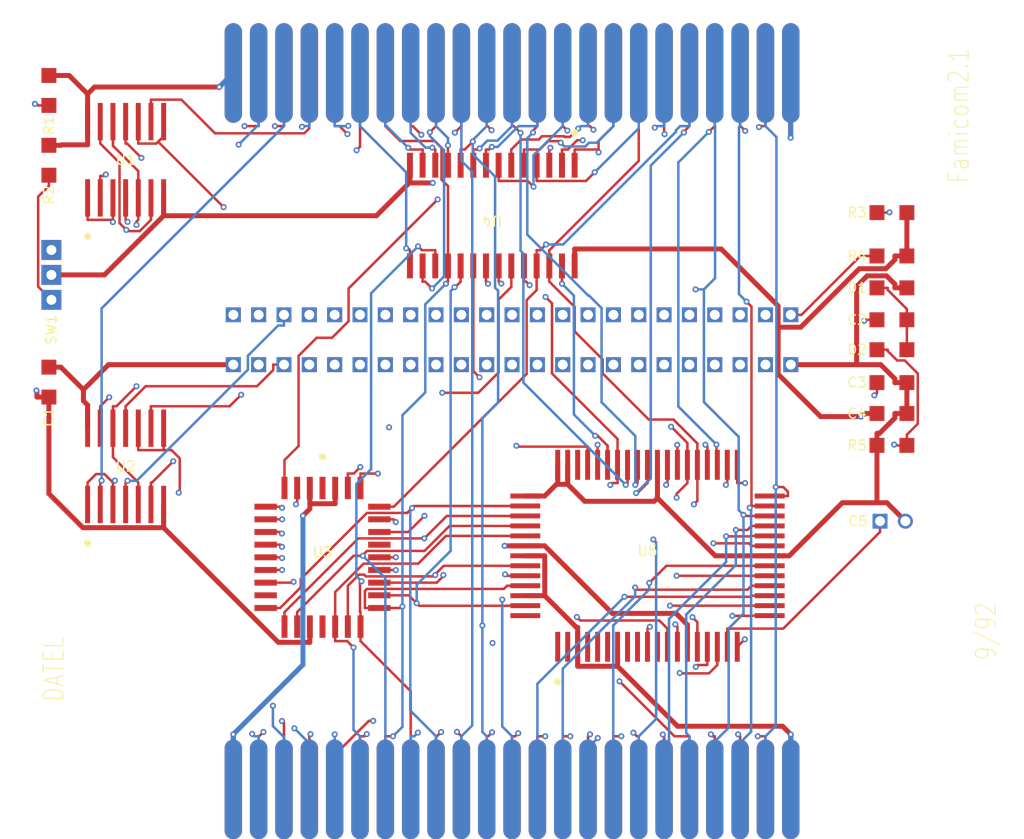
<source format=kicad_pcb>
(kicad_pcb (version 20240108) (generator "pcbnew") (generator_version "8.0")
  (layers (0 "F.Cu" signal) (1 "In1.Cu" signal) (2 "In2.Cu" signal) (31 "B.Cu" signal) (34 "B.Paste" user) (35 "F.Paste" user) (36 "B.SilkS" user "B.Silkscreen") (37 "F.SilkS" user "F.Silkscreen") (38 "B.Mask" user) (39 "F.Mask" user) (44 "Edge.Cuts" user))
  (net 0 "")
  (net 13 "/GND")
  (net 15 "/CIC.Out.P2.Middle")
  (net 18 "/CIC.In.P6.Middle")
  (net 30 "/VCC")
  (net 31 "/CIC.In.P7.Middle")
  (net 32 "/CIC.Out.P1.Middle")
  (net 41 "/Middle.Cart.Detect")
  (net 46 "/Pwr.Good")
  (net 47 "/Switch.1")
  (net 48 "/Switch.3")
  (net 49 "/CPU.Clk")
  (net 50 "Net-(D1-K)")
  (net 51 "/~{VRES}")
  (net 52 "/Top.Cart.CIC")
  (net 53 "/BA6")
  (net 54 "/A12")
  (net 55 "/A6")
  (net 56 "/A10")
  (net 57 "/D4")
  (net 59 "/A8")
  (net 60 "/A1")
  (net 61 "/D6")
  (net 62 "/~{Read.Top}")
  (net 63 "/~{Read.Bottom}")
  (net 64 "/A0")
  (net 66 "/A15")
  (net 67 "/D5")
  (net 68 "/SRAM.A13")
  (net 70 "/BA5")
  (net 72 "/A5")
  (net 75 "/A2")
  (net 76 "/~{SRAM.CE}")
  (net 78 "/A4")
  (net 79 "/D3")
  (net 80 "/A9")
  (net 81 "/D7")
  (net 82 "/D0")
  (net 84 "/Eeprom.A13")
  (net 86 "/D1")
  (net 87 "/A11")
  (net 88 "/D2")
  (net 89 "/A7")
  (net 91 "/BA4")
  (net 92 "/BA3")
  (net 93 "/~{Eeprom.OE}")
  (net 94 "/BA7")
  (net 95 "/Eeprom.A14")
  (net 96 "/A3")
  (net 97 "/~{Write}")
  (net 98 "/BA0")
  (net 99 "/SRAM.A14")
  (net 100 "/~{Reset}")
  (net 101 "/CIC.Out.P1.Top")
  (net 102 "/~{Cart}")
  (net 103 "/CIC.In.P7.Top")
  (net 104 "/CIC.In.P6.Top")
  (net 105 "/CIC.Out.P2.Top")
  (net 106 "/~{IRQ}")
  (net 107 "/CIC.Out.P2.Bottom")
  (net 108 "/CIC.Out.P1.Bottom")
  (net 109 "/CIC.In.P7.Bottom")
  (net 110 "/CIC.In.P6.Bottom")
  (footprint "SNES:Passive SMD" (layer "F.Cu") (at 72.4 73.75 90)
    (property "Reference" "R2")
    (property "Value" "332")
  )
  (footprint "SNES:Passive SMD" (layer "F.Cu") (at 156.9 89.75)
    (property "Reference" "C2")
    (property "Value" "100 nF")
  )
  (footprint "SNES:Passive SMD" (layer "F.Cu") (at 156.9 102.35)
    (property "Reference" "R5")
    (property "Value" "473")
  )
  (footprint "SNES:Edge Connector" (layer "F.Cu") (at 118.825 136.85)
    (property "Reference" "J3" (hide yes))
    (property "Value" "~")
  )
  (footprint "SNES:27C256" (layer "F.Cu") (at 99.825 113.575)
    (property "Reference" "U3")
    (property "Value" "27C256")
  )
  (footprint "SNES:Switch" (layer "F.Cu") (at 72.65 85.25 90)
    (property "Reference" "SW1")
    (property "Value" "SW_SPDT")
  )
  (footprint "SNES:HY62256ALJ-10" (layer "F.Cu") (at 116.845 79.3 180)
    (property "Reference" "U4")
    (property "Value" "HY62256ALJ-10")
  )
  (footprint "SNES:Passive SMD" (layer "F.Cu") (at 156.9 83.35)
    (property "Reference" "R4")
    (property "Value" "332")
  )
  (footprint "SNES:LZ95F45" (layer "F.Cu") (at 132.4 113.425)
    (property "Reference" "U5")
    (property "Value" "LZ95F45")
  )
  (footprint "SNES:Passive SMD" (layer "F.Cu") (at 72.4 66.75 90)
    (property "Reference" "R1")
    (property "Value" "332")
  )
  (footprint "SNES:Passive SMD" (layer "F.Cu") (at 156.9 86.55)
    (property "Reference" "D1")
    (property "Value" "D_Small")
  )
  (footprint "SNES:Passive SMD" (layer "F.Cu") (at 156.9 99.15)
    (property "Reference" "C4")
    (property "Value" "100 nF")
  )
  (footprint "SNES:74HCT4066" (layer "F.Cu") (at 80.09 73.7)
    (property "Reference" "U1")
    (property "Value" "~")
  )
  (footprint "SNES:Passive SMD" (layer "F.Cu") (at 156.9 79)
    (property "Reference" "R3")
    (property "Value" "332")
  )
  (footprint "SNES:THT Cartridge Connector" (layer "F.Cu") (at 118.825 91.75)
    (property "Reference" "J2" (hide yes))
    (property "Value" "~")
  )
  (footprint "SNES:74HCT4066" (layer "F.Cu") (at 80.09 104.45)
    (property "Reference" "U2")
    (property "Value" "~")
  )
  (footprint "SNES:Passive SMD" (layer "F.Cu") (at 156.9 96.05)
    (property "Reference" "C3")
    (property "Value" "470 pF")
  )
  (footprint "SNES:Passive SMD" (layer "F.Cu") (at 72.4 96 90)
    (property "Reference" "C1")
    (property "Value" "100 nF")
  )
  (footprint "SNES:Edge Connector" (layer "F.Cu") (at 118.825 65)
    (property "Reference" "J1" (hide yes))
    (property "Value" "~")
  )
  (footprint "SNES:THT Capacitor" (layer "F.Cu") (at 156.98 109.95)
    (property "Reference" "C5")
    (property "Value" "10 uF 16v")
  )
  (footprint "SNES:Passive SMD" (layer "F.Cu") (at 156.9 92.75)
    (property "Reference" "D2")
    (property "Value" "D_Small")
  )
  (gr_line (start 70 115.8) (end 70 122.1) (stroke (width 0.002)) (layer "Edge.Cuts"))
  (gr_line (start 170.15 131.1) (end 148.65 131.1) (stroke (width 0.002)) (layer "Edge.Cuts"))
  (gr_line (start 167.65 105.8) (end 163.65 105.8) (stroke (width 0.002)) (layer "Edge.Cuts"))
  (gr_line (start 70 113.8) (end 70 60) (stroke (width 0.002)) (layer "Edge.Cuts"))
  (gr_line (start 70 115.8) (end 74 115.8) (stroke (width 0.002)) (layer "Edge.Cuts"))
  (gr_line (start 170.15 114.1) (end 170.15 131.1) (stroke (width 0.002)) (layer "Edge.Cuts"))
  (gr_line (start 74 113.8) (end 70 113.8) (stroke (width 0.002)) (layer "Edge.Cuts"))
  (gr_line (start 167.65 107.8) (end 167.65 114.1) (stroke (width 0.002)) (layer "Edge.Cuts"))
  (gr_line (start 67.5 122.1) (end 70 122.1) (stroke (width 0.002)) (layer "Edge.Cuts"))
  (gr_line (start 167.65 60) (end 167.65 105.8) (stroke (width 0.002)) (layer "Edge.Cuts"))
  (gr_line (start 74 113.8) (end 74 115.8) (stroke (width 0.002)) (layer "Edge.Cuts"))
  (gr_line (start 167.65 107.8) (end 163.65 107.8) (stroke (width 0.002)) (layer "Edge.Cuts"))
  (gr_line (start 89 141.85) (end 89 131.1) (stroke (width 0.002)) (layer "Edge.Cuts"))
  (gr_line (start 148.65 141.85) (end 89 141.85) (stroke (width 0.002)) (layer "Edge.Cuts"))
  (gr_line (start 67.5 131.1) (end 67.5 122.1) (stroke (width 0.002)) (layer "Edge.Cuts"))
  (gr_line (start 167.65 114.1) (end 170.15 114.1) (stroke (width 0.002)) (layer "Edge.Cuts"))
  (gr_line (start 148.65 131.1) (end 148.65 141.85) (stroke (width 0.002)) (layer "Edge.Cuts"))
  (gr_line (start 89 131.1) (end 67.5 131.1) (stroke (width 0.002)) (layer "Edge.Cuts"))
  (gr_line (start 70 60) (end 167.65 60) (stroke (width 0.002)) (layer "Edge.Cuts"))
  (gr_line (start 163.65 105.8) (end 163.65 107.8) (stroke (width 0.002)) (layer "Edge.Cuts"))
  (gr_text "Famicom2.1" (at 164.787 76.148 90) (layer "F.SilkS") (effects (font (size 2 1.5) (thickness 0.1)) (justify left bottom)))
  (gr_text "DATEL" (at 74.065 128.135 90) (layer "F.SilkS") (effects (font (size 2 1.5) (thickness 0.1)) (justify left bottom)))
  (gr_text "9/92" (at 167.515 123.98 90) (layer "F.SilkS") (effects (font (size 2 1.5) (thickness 0.1)) (justify left bottom)))
  (segment (start 108.6636 76.0253) (end 108.59 75.9517) (width 0.5) (layer "F.Cu") (net 13))
  (segment (start 124.4 106.2517) (end 123.4 106.2517) (width 0.5) (layer "F.Cu") (net 13))
  (segment (start 133.4 104.3) (end 133.4 106.2517) (width 0.5) (layer "F.Cu") (net 13))
  (segment (start 156.4 108.1) (end 158.25 109.95) (width 0.5) (layer "F.Cu") (net 13))
  (segment (start 110.873 76.0253) (end 108.6636 76.0253) (width 0.5) (layer "F.Cu") (net 13))
  (segment (start 123.4 105.2758) (end 123.4 106.2517) (width 0.5) (layer "F.Cu") (net 13))
  (segment (start 155.6504 101.1483) (end 157.1983 99.6004) (width 0.5) (layer "F.Cu") (net 13))
  (segment (start 83.9 108.275) (end 83.9 110.6017) (width 0.5) (layer "F.Cu") (net 13))
  (segment (start 108.59 74.25) (end 108.59 75.9517) (width 0.5) (layer "F.Cu") (net 13))
  (segment (start 157.1983 99.6004) (end 157.1983 99.15) (width 0.5) (layer "F.Cu") (net 13))
  (segment (start 123.4 104.3) (end 123.4 105.2758) (width 0.5) (layer "F.Cu") (net 13))
  (segment (start 158.4 86.55) (end 157.1983 86.55) (width 0.5) (layer "F.Cu") (net 13))
  (segment (start 153.3631 86.4008) (end 153.3631 94.25) (width 0.5) (layer "F.Cu") (net 13))
  (segment (start 135.416 130.5177) (end 129.4 124.5017) (width 0.5) (layer "F.Cu") (net 13))
  (segment (start 126.1078 107.958) (end 133.0733 107.958) (width 0.5) (layer "F.Cu") (net 13))
  (segment (start 83.9 79.3133) (end 105.2284 79.3133) (width 0.5) (layer "F.Cu") (net 13))
  (segment (start 98.555 120.525) (end 98.555 122.1017) (width 0.5) (layer "F.Cu") (net 13))
  (segment (start 151.9267 108.1) (end 155.4 108.1) (width 0.5) (layer "F.Cu") (net 13))
  (segment (start 146.765 131.3402) (end 145.9425 130.5177) (width 0.5) (layer "F.Cu") (net 13))
  (segment (start 146.765 131.3402) (end 146.765 131.3983) (width 0.5) (layer "F.Cu") (net 13))
  (segment (start 125.275 120.5983) (end 125.4 120.5983) (width 0.5) (layer "F.Cu") (net 13))
  (segment (start 125.4 122.55) (end 125.4 124.5017) (width 0.5) (layer "F.Cu") (net 13))
  (segment (start 154.4156 85.3483) (end 153.3631 86.4008) (width 0.5) (layer "F.Cu") (net 13))
  (segment (start 155.4 101.1483) (end 155.6504 101.1483) (width 0.5) (layer "F.Cu") (net 13))
  (segment (start 155.4 108.1) (end 156.4 108.1) (width 0.5) (layer "F.Cu") (net 13))
  (segment (start 83.9 110.6017) (end 75.8076 110.6017) (width 0.5) (layer "F.Cu") (net 13))
  (segment (start 124.4 106.2502) (end 126.1078 107.958) (width 0.5) (layer "F.Cu") (net 13))
  (segment (start 72.4 97.5) (end 71.1983 97.5) (width 0.5) (layer "F.Cu") (net 13))
  (segment (start 155.7738 94.25) (end 157.1983 95.6745) (width 0.5) (layer "F.Cu") (net 13))
  (segment (start 72.65 85.25) (end 77.9633 85.25) (width 0.5) (layer "F.Cu") (net 13))
  (segment (start 156.3722 85.3483) (end 154.4156 85.3483) (width 0.5) (layer "F.Cu") (net 13))
  (segment (start 133.0733 107.958) (end 133.4 107.6313) (width 0.5) (layer "F.Cu") (net 13))
  (segment (start 75.8076 110.6017) (end 72.4 107.1941) (width 0.5) (layer "F.Cu") (net 13))
  (segment (start 157.1983 86.55) (end 157.1983 86.1744) (width 0.5) (layer "F.Cu") (net 13))
  (segment (start 153.3631 94.25) (end 155.7738 94.25) (width 0.5) (layer "F.Cu") (net 13))
  (segment (start 71.1983 97.5) (end 71.1983 96.8941) (width 0.5) (layer "F.Cu") (net 13))
  (segment (start 120.15 107.425) (end 122.1017 107.425) (width 0.5) (layer "F.Cu") (net 13))
  (segment (start 157.975 96.05) (end 158.4 96.475) (width 0.5) (layer "F.Cu") (net 13))
  (segment (start 145.9425 130.5177) (end 135.416 130.5177) (width 0.5) (layer "F.Cu") (net 13))
  (segment (start 133.4 106.2517) (end 133.4 107.6313) (width 0.5) (layer "F.Cu") (net 13))
  (segment (start 157.1983 86.1744) (end 156.3722 85.3483) (width 0.5) (layer "F.Cu") (net 13))
  (segment (start 158.4 99.15) (end 157.1983 99.15) (width 0.5) (layer "F.Cu") (net 13))
  (segment (start 129.4 122.55) (end 129.4 124.5017) (width 0.5) (layer "F.Cu") (net 13))
  (segment (start 120.15 113.425) (end 122.1017 113.425) (width 0.5) (layer "F.Cu") (net 13))
  (segment (start 123.4 106.2517) (end 123.275 106.2517) (width 0.5) (layer "F.Cu") (net 13))
  (segment (start 155.4 108.1) (end 155.4 102.35) (width 0.5) (layer "F.Cu") (net 13))
  (segment (start 125.4 122.55) (end 125.4 120.5983) (width 0.5) (layer "F.Cu") (net 13))
  (segment (start 146.765 94.25) (end 153.3631 94.25) (width 0.5) (layer "F.Cu") (net 13))
  (segment (start 105.2284 79.3133) (end 108.59 75.9517) (width 0.5) (layer "F.Cu") (net 13))
  (segment (start 146.6017 113.425) (end 151.9267 108.1) (width 0.5) (layer "F.Cu") (net 13))
  (segment (start 124.4 106.2502) (end 124.4 106.2517) (width 0.5) (layer "F.Cu") (net 13))
  (segment (start 139.1937 113.425) (end 144.65 113.425) (width 0.5) (layer "F.Cu") (net 13))
  (segment (start 157.1983 95.6745) (end 157.1983 96.05) (width 0.5) (layer "F.Cu") (net 13))
  (segment (start 122.1017 117.425) (end 122.1017 113.425) (width 0.5) (layer "F.Cu") (net 13))
  (segment (start 122.1017 117.425) (end 125.275 120.5983) (width 0.5) (layer "F.Cu") (net 13))
  (segment (start 120.15 117.425) (end 122.1017 117.425) (width 0.5) (layer "F.Cu") (net 13))
  (segment (start 123.275 106.2517) (end 122.1017 107.425) (width 0.5) (layer "F.Cu") (net 13))
  (segment (start 72.4 107.1941) (end 72.4 97.5) (width 0.5) (layer "F.Cu") (net 13))
  (segment (start 158.4 96.05) (end 157.975 96.05) (width 0.5) (layer "F.Cu") (net 13))
  (segment (start 124.4 106.0758) (end 124.4 106.2502) (width 0.5) (layer "F.Cu") (net 13))
  (segment (start 146.765 65) (end 146.751 65.014) (width 0.5) (layer "F.Cu") (net 13))
  (segment (start 146.751 65.014) (end 146.751 71.489) (width 0.5) (layer "F.Cu") (net 13))
  (segment (start 83.9 77.525) (end 83.9 79.3133) (width 0.5) (layer "F.Cu") (net 13))
  (segment (start 133.4 107.6313) (end 139.1937 113.425) (width 0.5) (layer "F.Cu") (net 13))
  (segment (start 71.1983 96.8941) (end 71.1483 96.8441) (width 0.5) (layer "F.Cu") (net 13))
  (segment (start 146.765 136.85) (end 146.765 131.3983) (width 0.5) (layer "F.Cu") (net 13))
  (segment (start 144.65 113.425) (end 146.6017 113.425) (width 0.5) (layer "F.Cu") (net 13))
  (segment (start 157.975 96.05) (end 157.1983 96.05) (width 0.5) (layer "F.Cu") (net 13))
  (segment (start 77.9633 85.25) (end 83.9 79.3133) (width 0.5) (layer "F.Cu") (net 13))
  (segment (start 158.4 96.475) (end 158.4 99.15) (width 0.5) (layer "F.Cu") (net 13))
  (segment (start 155.4 102.35) (end 155.4 101.1483) (width 0.5) (layer "F.Cu") (net 13))
  (segment (start 95.4 122.1017) (end 98.555 122.1017) (width 0.5) (layer "F.Cu") (net 13))
  (segment (start 129.4 124.5017) (end 125.4 124.5017) (width 0.5) (layer "F.Cu") (net 13))
  (segment (start 124.4 104.3) (end 124.4 106.0758) (width 0.5) (layer "F.Cu") (net 13))
  (segment (start 83.9 110.6017) (end 95.4 122.1017) (width 0.5) (layer "F.Cu") (net 13))
  (via (at 146.751 71.489) (size 0.6) (drill 0.3) (layers "F.Cu" "B.Cu") (net 13))
  (via (at 146.765 131.3402) (size 0.6) (drill 0.3) (layers "F.Cu" "B.Cu") (net 13))
  (via (at 110.873 76.0253) (size 0.6) (drill 0.3) (layers "F.Cu" "B.Cu") (net 13))
  (via (at 71.1483 96.8441) (size 0.6) (drill 0.3) (layers "F.Cu" "B.Cu") (net 13))
  (segment (start 146.765 65) (end 146.751 65.014) (width 0.5) (layer "B.Cu") (net 13))
  (segment (start 146.751 65.014) (end 146.751 71.489) (width 0.5) (layer "B.Cu") (net 13))
  (segment (start 146.765 136.85) (end 146.765 131.3983) (width 0.5) (layer "B.Cu") (net 13))
  (segment (start 146.765 131.3983) (end 146.765 131.3402) (width 0.5) (layer "B.Cu") (net 13))
  (segment (start 80.09 69.875) (end 80.09 72.0767) (width 0.25) (layer "F.Cu") (net 15))
  (segment (start 80.2413 72.0767) (end 80.09 72.0767) (width 0.25) (layer "F.Cu") (net 15))
  (segment (start 81.6773 73.5127) (end 80.2413 72.0767) (width 0.25) (layer "F.Cu") (net 15))
  (via (at 81.6773 73.5127) (size 0.6) (drill 0.3) (layers "F.Cu" "B.Cu") (net 15))
  (segment (start 93.2624 96.4143) (end 82.099 96.4143) (width 0.25) (layer "F.Cu") (net 18))
  (segment (start 94.8883 94.7884) (end 93.2624 96.4143) (width 0.25) (layer "F.Cu") (net 18))
  (segment (start 94.8883 94.25) (end 94.8883 94.7884) (width 0.25) (layer "F.Cu") (net 18))
  (segment (start 95.965 94.25) (end 94.8883 94.25) (width 0.25) (layer "F.Cu") (net 18))
  (segment (start 80.09 100.625) (end 80.09 98.4233) (width 0.25) (layer "F.Cu") (net 18))
  (segment (start 82.099 96.4143) (end 80.09 98.4233) (width 0.25) (layer "F.Cu") (net 18))
  (segment (start 147.764 90.4942) (end 153.6353 84.6229) (width 0.5) (layer "F.Cu") (net 30))
  (segment (start 101.095 106.625) (end 101.095 108.2017) (width 0.5) (layer "F.Cu") (net 30))
  (segment (start 156.301 84.6229) (end 157.1983 83.7256) (width 0.5) (layer "F.Cu") (net 30))
  (segment (start 75.8632 96.7614) (end 78.3746 94.25) (width 0.5) (layer "F.Cu") (net 30))
  (segment (start 145.495 90.4942) (end 147.764 90.4942) (width 0.5) (layer "F.Cu") (net 30))
  (segment (start 72.4 72.25) (end 73.6017 72.25) (width 0.5) (layer "F.Cu") (net 30))
  (segment (start 74.4317 65.25) (end 73.6017 65.25) (width 0.5) (layer "F.Cu") (net 30))
  (segment (start 153.7891 99.4592) (end 149.7538 99.4592) (width 0.5) (layer "F.Cu") (net 30))
  (segment (start 153.6353 84.6229) (end 156.301 84.6229) (width 0.5) (layer "F.Cu") (net 30))
  (segment (start 76.28 67.0983) (end 74.4317 65.25) (width 0.5) (layer "F.Cu") (net 30))
  (segment (start 158.4 79) (end 158.4 83.35) (width 0.5) (layer "F.Cu") (net 30))
  (segment (start 73.65 72.2017) (end 76.28 72.2017) (width 0.5) (layer "F.Cu") (net 30))
  (segment (start 75.8631 96.7615) (end 75.8632 96.7614) (width 0.5) (layer "F.Cu") (net 30))
  (segment (start 136.4 122.55) (end 136.4 120.5983) (width 0.5) (layer "F.Cu") (net 30))
  (segment (start 128.8749 119.1982) (end 135.2689 119.1982) (width 0.5) (layer "F.Cu") (net 30))
  (segment (start 136.4 120.3293) (end 136.4 120.5983) (width 0.5) (layer "F.Cu") (net 30))
  (segment (start 154.1983 99.15) (end 153.8891 99.4592) (width 0.5) (layer "F.Cu") (net 30))
  (segment (start 135.2689 119.1982) (end 136.4 120.3293) (width 0.5) (layer "F.Cu") (net 30))
  (segment (start 76.9711 66.4072) (end 89.4778 66.4072) (width 0.5) (layer "F.Cu") (net 30))
  (segment (start 76.28 69.875) (end 76.28 67.5483) (width 0.5) (layer "F.Cu") (net 30))
  (segment (start 72.4 65.25) (end 73.6017 65.25) (width 0.5) (layer "F.Cu") (net 30))
  (segment (start 76.28 100.625) (end 76.28 98.2983) (width 0.5) (layer "F.Cu") (net 30))
  (segment (start 125.1 84.35) (end 125.1 82.6483) (width 0.5) (layer "F.Cu") (net 30))
  (segment (start 73.6017 72.25) (end 73.65 72.2017) (width 0.5) (layer "F.Cu") (net 30))
  (segment (start 98.555 108.2017) (end 98.555 108.7151) (width 0.5) (layer "F.Cu") (net 30))
  (segment (start 76.28 98.2983) (end 75.8631 97.8814) (width 0.5) (layer "F.Cu") (net 30))
  (segment (start 98.555 108.7151) (end 97.8654 109.4047) (width 0.5) (layer "F.Cu") (net 30))
  (segment (start 75.8632 96.7614) (end 73.6017 94.5) (width 0.5) (layer "F.Cu") (net 30))
  (segment (start 76.28 67.5483) (end 76.28 67.0983) (width 0.5) (layer "F.Cu") (net 30))
  (segment (start 158.4 83.35) (end 157.1983 83.35) (width 0.5) (layer "F.Cu") (net 30))
  (segment (start 90.885 131.3983) (end 90.885 131.3324) (width 0.5) (layer "F.Cu") (net 30))
  (segment (start 78.3746 94.25) (end 90.885 94.25) (width 0.5) (layer "F.Cu") (net 30))
  (segment (start 75.8631 97.8814) (end 75.8631 96.7615) (width 0.5) (layer "F.Cu") (net 30))
  (segment (start 155.4 99.15) (end 154.1983 99.15) (width 0.5) (layer "F.Cu") (net 30))
  (segment (start 118.0778 112.425) (end 120.15 112.425) (width 0.5) (layer "F.Cu") (net 30))
  (segment (start 145.495 88.3569) (end 145.495 90.4942) (width 0.5) (layer "F.Cu") (net 30))
  (segment (start 76.28 67.0983) (end 76.9711 66.4072) (width 0.5) (layer "F.Cu") (net 30))
  (segment (start 90.885 136.85) (end 90.885 131.3983) (width 0.5) (layer "F.Cu") (net 30))
  (segment (start 149.7538 99.4592) (end 145.495 95.2004) (width 0.5) (layer "F.Cu") (net 30))
  (segment (start 76.28 69.875) (end 76.28 72.2017) (width 0.5) (layer "F.Cu") (net 30))
  (segment (start 139.7864 82.6483) (end 145.495 88.3569) (width 0.5) (layer "F.Cu") (net 30))
  (segment (start 125.1 82.6483) (end 139.7864 82.6483) (width 0.5) (layer "F.Cu") (net 30))
  (segment (start 120.15 112.425) (end 122.1017 112.425) (width 0.5) (layer "F.Cu") (net 30))
  (segment (start 145.495 95.2004) (end 145.495 90.4942) (width 0.5) (layer "F.Cu") (net 30))
  (segment (start 98.555 108.2017) (end 101.095 108.2017) (width 0.5) (layer "F.Cu") (net 30))
  (segment (start 72.4 94.5) (end 73.6017 94.5) (width 0.5) (layer "F.Cu") (net 30))
  (segment (start 90.885 65) (end 89.4778 66.4072) (width 0.5) (layer "F.Cu") (net 30))
  (segment (start 157.1983 83.7256) (end 157.1983 83.35) (width 0.5) (layer "F.Cu") (net 30))
  (segment (start 122.1017 112.425) (end 128.8749 119.1982) (width 0.5) (layer "F.Cu") (net 30))
  (segment (start 98.555 106.625) (end 98.555 108.2017) (width 0.5) (layer "F.Cu") (net 30))
  (segment (start 153.8891 99.4592) (end 153.7891 99.4592) (width 0.5) (layer "F.Cu") (net 30))
  (via (at 153.7891 99.4592) (size 0.6) (drill 0.3) (layers "F.Cu" "B.Cu") (net 30))
  (via (at 97.8654 109.4047) (size 0.6) (drill 0.3) (layers "F.Cu" "B.Cu") (net 30))
  (via (at 90.885 131.3324) (size 0.6) (drill 0.3) (layers "F.Cu" "B.Cu") (net 30))
  (via (at 118.0778 112.425) (size 0.6) (drill 0.3) (layers "F.Cu" "B.Cu") (net 30))
  (via (at 89.4778 66.4072) (size 0.6) (drill 0.3) (layers "F.Cu" "B.Cu") (net 30))
  (segment (start 90.885 131.3324) (end 97.8654 124.352) (width 0.5) (layer "B.Cu") (net 30))
  (segment (start 90.885 136.85) (end 90.885 131.3983) (width 0.5) (layer "B.Cu") (net 30))
  (segment (start 97.8654 124.352) (end 97.8654 109.4047) (width 0.5) (layer "B.Cu") (net 30))
  (segment (start 90.885 131.3983) (end 90.885 131.3324) (width 0.5) (layer "B.Cu") (net 30))
  (segment (start 89.4778 66.4072) (end 90.885 65) (width 0.5) (layer "B.Cu") (net 30))
  (segment (start 80.1094 106.0733) (end 80.2849 105.8978) (width 0.25) (layer "F.Cu") (net 31))
  (segment (start 80.09 106.0733) (end 80.1094 106.0733) (width 0.25) (layer "F.Cu") (net 31))
  (segment (start 80.09 108.275) (end 80.09 106.0733) (width 0.25) (layer "F.Cu") (net 31))
  (via (at 80.2849 105.8978) (size 0.6) (drill 0.3) (layers "F.Cu" "B.Cu") (net 31))
  (segment (start 81.2039 105.8978) (end 80.2849 105.8978) (width 0.25) (layer "B.Cu") (net 31))
  (segment (start 95.965 90.3267) (end 95.3762 90.3267) (width 0.25) (layer "B.Cu") (net 31))
  (segment (start 92.3483 93.3546) (end 92.3483 94.7534) (width 0.25) (layer "B.Cu") (net 31))
  (segment (start 95.965 89.25) (end 95.965 90.3267) (width 0.25) (layer "B.Cu") (net 31))
  (segment (start 95.3762 90.3267) (end 92.3483 93.3546) (width 0.25) (layer "B.Cu") (net 31))
  (segment (start 92.3483 94.7534) (end 81.2039 105.8978) (width 0.25) (layer "B.Cu") (net 31))
  (segment (start 80.09 79.7267) (end 80.2899 79.9266) (width 0.25) (layer "F.Cu") (net 32))
  (segment (start 80.09 77.525) (end 80.09 79.7267) (width 0.25) (layer "F.Cu") (net 32))
  (via (at 80.2899 79.9266) (size 0.6) (drill 0.3) (layers "F.Cu" "B.Cu") (net 32))
  (segment (start 79.48 74.0067) (end 77.55 72.0767) (width 0.25) (layer "F.Cu") (net 41))
  (segment (start 82.63 106.0733) (end 82.734 106.0733) (width 0.25) (layer "F.Cu") (net 41))
  (segment (start 80.282 80.8583) (end 80.1567 80.733) (width 0.25) (layer "F.Cu") (net 41))
  (segment (start 82.63 79.7267) (end 81.4984 80.8583) (width 0.25) (layer "F.Cu") (net 41))
  (segment (start 153.7417 83.35) (end 155.4 83.35) (width 0.25) (layer "F.Cu") (net 41))
  (segment (start 127.4 104.3) (end 127.4 102.4733) (width 0.25) (layer "F.Cu") (net 41))
  (segment (start 79.48 80.0563) (end 79.48 74.0067) (width 0.25) (layer "F.Cu") (net 41))
  (segment (start 77.55 100.625) (end 77.55 98.4233) (width 0.25) (layer "F.Cu") (net 41))
  (segment (start 146.765 89.25) (end 147.8417 89.25) (width 0.25) (layer "F.Cu") (net 41))
  (segment (start 77.55 69.875) (end 77.55 72.0767) (width 0.25) (layer "F.Cu") (net 41))
  (segment (start 82.63 77.525) (end 82.63 79.7267) (width 0.25) (layer "F.Cu") (net 41))
  (segment (start 147.8417 89.25) (end 153.7417 83.35) (width 0.25) (layer "F.Cu") (net 41))
  (segment (start 77.55 98.4233) (end 78.4464 97.5269) (width 0.25) (layer "F.Cu") (net 41))
  (segment (start 81.4984 80.8583) (end 80.282 80.8583) (width 0.25) (layer "F.Cu") (net 41))
  (segment (start 80.1567 80.733) (end 79.48 80.0563) (width 0.25) (layer "F.Cu") (net 41))
  (segment (start 127.4 102.4733) (end 127.4 102.2906) (width 0.25) (layer "F.Cu") (net 41))
  (segment (start 82.63 108.275) (end 82.63 106.0733) (width 0.25) (layer "F.Cu") (net 41))
  (segment (start 82.734 106.0733) (end 84.8634 103.9439) (width 0.25) (layer "F.Cu") (net 41))
  (via (at 78.4464 97.5269) (size 0.6) (drill 0.3) (layers "F.Cu" "B.Cu") (net 41))
  (via (at 80.1567 80.733) (size 0.6) (drill 0.3) (layers "F.Cu" "B.Cu") (net 41))
  (via (at 127.4 102.2906) (size 0.6) (drill 0.3) (layers "F.Cu" "B.Cu") (net 41))
  (via (at 84.8634 103.9439) (size 0.6) (drill 0.3) (layers "F.Cu" "B.Cu") (net 41))
  (segment (start 155.71 111.0267) (end 146.0134 120.7233) (width 0.25) (layer "F.Cu") (net 46))
  (segment (start 146.0134 120.7233) (end 140.4 120.7233) (width 0.25) (layer "F.Cu") (net 46))
  (segment (start 156.4767 79) (end 156.5029 78.9738) (width 0.25) (layer "F.Cu") (net 46))
  (segment (start 156.5029 78.9738) (end 156.6581 78.9738) (width 0.25) (layer "F.Cu") (net 46))
  (segment (start 155.71 109.95) (end 155.71 111.0267) (width 0.25) (layer "F.Cu") (net 46))
  (segment (start 155.4 79) (end 156.4767 79) (width 0.25) (layer "F.Cu") (net 46))
  (segment (start 140.4 122.55) (end 140.4 120.7233) (width 0.25) (layer "F.Cu") (net 46))
  (via (at 156.6581 78.9738) (size 0.6) (drill 0.3) (layers "F.Cu" "B.Cu") (net 46))
  (segment (start 72.65 87.75) (end 71.3233 86.4233) (width 0.25) (layer "F.Cu") (net 47))
  (segment (start 71.3233 86.4233) (end 71.3233 77.4034) (width 0.25) (layer "F.Cu") (net 47))
  (segment (start 72.4 75.25) (end 72.4 76.3267) (width 0.25) (layer "F.Cu") (net 47))
  (segment (start 138.4 124.3767) (end 137.4285 124.3767) (width 0.25) (layer "F.Cu") (net 47))
  (segment (start 138.4 122.55) (end 138.4 124.3767) (width 0.25) (layer "F.Cu") (net 47))
  (segment (start 137.4285 124.3767) (end 137.2411 124.5641) (width 0.25) (layer "F.Cu") (net 47))
  (segment (start 71.3233 77.4034) (end 72.4 76.3267) (width 0.25) (layer "F.Cu") (net 47))
  (via (at 137.2411 124.5641) (size 0.6) (drill 0.3) (layers "F.Cu" "B.Cu") (net 47))
  (segment (start 71.1683 68.095) (end 71.3233 68.25) (width 0.25) (layer "F.Cu") (net 48))
  (segment (start 70.9943 68.095) (end 71.1683 68.095) (width 0.25) (layer "F.Cu") (net 48))
  (segment (start 141.4 122.55) (end 142.1542 121.7958) (width 0.25) (layer "F.Cu") (net 48))
  (segment (start 72.4 68.25) (end 71.3233 68.25) (width 0.25) (layer "F.Cu") (net 48))
  (via (at 70.9943 68.095) (size 0.6) (drill 0.3) (layers "F.Cu" "B.Cu") (net 48))
  (via (at 142.1542 121.7958) (size 0.6) (drill 0.3) (layers "F.Cu" "B.Cu") (net 48))
  (segment (start 93.425 131.5233) (end 93.4744 131.5233) (width 0.25) (layer "F.Cu") (net 49))
  (segment (start 93.425 70.3267) (end 92.0091 70.3267) (width 0.25) (layer "F.Cu") (net 49))
  (segment (start 93.425 65) (end 93.425 70.3267) (width 0.25) (layer "F.Cu") (net 49))
  (segment (start 93.425 136.85) (end 93.425 131.5233) (width 0.25) (layer "F.Cu") (net 49))
  (segment (start 155.4 89.75) (end 154.3233 89.75) (width 0.25) (layer "F.Cu") (net 49))
  (segment (start 154.1316 89.8514) (end 154.2219 89.8514) (width 0.25) (layer "F.Cu") (net 49))
  (segment (start 93.4744 131.5233) (end 93.9066 131.0911) (width 0.25) (layer "F.Cu") (net 49))
  (segment (start 154.2219 89.8514) (end 154.3233 89.75) (width 0.25) (layer "F.Cu") (net 49))
  (via (at 93.9066 131.0911) (size 0.6) (drill 0.3) (layers "F.Cu" "B.Cu") (net 49))
  (via (at 92.0091 70.3267) (size 0.6) (drill 0.3) (layers "F.Cu" "B.Cu") (net 49))
  (via (at 154.1316 89.8514) (size 0.6) (drill 0.3) (layers "F.Cu" "B.Cu") (net 49))
  (segment (start 155.4 86.55) (end 156.4767 86.55) (width 0.25) (layer "F.Cu") (net 50))
  (segment (start 156.4767 86.75) (end 156.4767 86.55) (width 0.25) (layer "F.Cu") (net 50))
  (segment (start 158.4 88.6733) (end 156.4767 86.75) (width 0.25) (layer "F.Cu") (net 50))
  (segment (start 158.4 89.75) (end 158.4 88.6733) (width 0.25) (layer "F.Cu") (net 50))
  (segment (start 158.4 92.75) (end 158.4 89.75) (width 0.25) (layer "F.Cu") (net 50))
  (segment (start 159.4922 95.1357) (end 158.1832 93.8267) (width 0.25) (layer "F.Cu") (net 51))
  (segment (start 158.1832 93.8267) (end 157.4187 93.8267) (width 0.25) (layer "F.Cu") (net 51))
  (segment (start 155.1354 97.3299) (end 155.3386 97.1267) (width 0.25) (layer "F.Cu") (net 51))
  (segment (start 155.4 96.05) (end 155.4 97.1267) (width 0.25) (layer "F.Cu") (net 51))
  (segment (start 157.2065 102.35) (end 157.1239 102.2674) (width 0.25) (layer "F.Cu") (net 51))
  (segment (start 157.4187 93.8267) (end 156.4767 92.8847) (width 0.25) (layer "F.Cu") (net 51))
  (segment (start 132.4 120.7233) (end 132.4613 120.7233) (width 0.25) (layer "F.Cu") (net 51))
  (segment (start 132.4 122.55) (end 132.4 120.7233) (width 0.25) (layer "F.Cu") (net 51))
  (segment (start 158.4 102.35) (end 157.3233 102.35) (width 0.25) (layer "F.Cu") (net 51))
  (segment (start 158.4 102.35) (end 158.4 101.2733) (width 0.25) (layer "F.Cu") (net 51))
  (segment (start 155.4 92.75) (end 156.4767 92.75) (width 0.25) (layer "F.Cu") (net 51))
  (segment (start 157.3233 102.35) (end 157.2065 102.35) (width 0.25) (layer "F.Cu") (net 51))
  (segment (start 155.3386 97.1267) (end 155.4 97.1267) (width 0.25) (layer "F.Cu") (net 51))
  (segment (start 159.4922 100.1811) (end 159.4922 95.1357) (width 0.25) (layer "F.Cu") (net 51))
  (segment (start 156.4767 92.8847) (end 156.4767 92.75) (width 0.25) (layer "F.Cu") (net 51))
  (segment (start 158.4 101.2733) (end 159.4922 100.1811) (width 0.25) (layer "F.Cu") (net 51))
  (segment (start 132.4613 120.7233) (end 132.6407 120.5439) (width 0.25) (layer "F.Cu") (net 51))
  (via (at 155.1354 97.3299) (size 0.6) (drill 0.3) (layers "F.Cu" "B.Cu") (net 51))
  (via (at 132.6407 120.5439) (size 0.6) (drill 0.3) (layers "F.Cu" "B.Cu") (net 51))
  (via (at 157.1239 102.2674) (size 0.6) (drill 0.3) (layers "F.Cu" "B.Cu") (net 51))
  (segment (start 79.1717 98.4233) (end 78.82 98.4233) (width 0.25) (layer "F.Cu") (net 52))
  (segment (start 81.1788 79.9079) (end 81.1788 80.2316) (width 0.25) (layer "F.Cu") (net 52))
  (segment (start 81.36 79.7267) (end 81.1788 79.9079) (width 0.25) (layer "F.Cu") (net 52))
  (segment (start 78.82 100.625) (end 78.82 98.4233) (width 0.25) (layer "F.Cu") (net 52))
  (segment (start 81.36 77.525) (end 81.36 79.7267) (width 0.25) (layer "F.Cu") (net 52))
  (segment (start 126.4 102.4733) (end 119.3532 102.4733) (width 0.25) (layer "F.Cu") (net 52))
  (segment (start 78.82 103.5333) (end 78.82 102.8267) (width 0.25) (layer "F.Cu") (net 52))
  (segment (start 78.82 101.7258) (end 78.82 100.625) (width 0.25) (layer "F.Cu") (net 52))
  (segment (start 81.1788 96.4162) (end 79.1717 98.4233) (width 0.25) (layer "F.Cu") (net 52))
  (segment (start 78.82 101.7258) (end 78.82 102.8267) (width 0.25) (layer "F.Cu") (net 52))
  (segment (start 81.36 106.0733) (end 78.82 103.5333) (width 0.25) (layer "F.Cu") (net 52))
  (segment (start 81.36 74.8366) (end 81.36 77.525) (width 0.25) (layer "F.Cu") (net 52))
  (segment (start 78.82 69.875) (end 78.82 72.2966) (width 0.25) (layer "F.Cu") (net 52))
  (segment (start 126.4 104.3) (end 126.4 102.4733) (width 0.25) (layer "F.Cu") (net 52))
  (segment (start 78.82 72.2966) (end 81.36 74.8366) (width 0.25) (layer "F.Cu") (net 52))
  (segment (start 119.3532 102.4733) (end 119.2611 102.3812) (width 0.25) (layer "F.Cu") (net 52))
  (segment (start 81.36 108.275) (end 81.36 106.0733) (width 0.25) (layer "F.Cu") (net 52))
  (via (at 81.1788 80.2316) (size 0.6) (drill 0.3) (layers "F.Cu" "B.Cu") (net 52))
  (via (at 81.1788 96.4162) (size 0.6) (drill 0.3) (layers "F.Cu" "B.Cu") (net 52))
  (via (at 119.2611 102.3812) (size 0.6) (drill 0.3) (layers "F.Cu" "B.Cu") (net 52))
  (segment (start 130.4 104.3) (end 130.4 106.1267) (width 0.25) (layer "F.Cu") (net 53))
  (segment (start 119.4409 131.2207) (end 119.1383 131.5233) (width 0.25) (layer "F.Cu") (net 53))
  (segment (start 119.0002 70.3267) (end 119.6779 71.0044) (width 0.25) (layer "F.Cu") (net 53))
  (segment (start 118.825 65) (end 118.825 70.3267) (width 0.25) (layer "F.Cu") (net 53))
  (segment (start 118.825 136.85) (end 118.825 131.5233) (width 0.25) (layer "F.Cu") (net 53))
  (segment (start 118.825 70.3267) (end 119.0002 70.3267) (width 0.25) (layer "F.Cu") (net 53))
  (segment (start 119.1383 131.5233) (end 118.825 131.5233) (width 0.25) (layer "F.Cu") (net 53))
  (segment (start 130.4 106.1267) (end 130.2189 106.3078) (width 0.25) (layer "F.Cu") (net 53))
  (via (at 130.2189 106.3078) (size 0.6) (drill 0.3) (layers "F.Cu" "B.Cu") (net 53))
  (via (at 119.4409 131.2207) (size 0.6) (drill 0.3) (layers "F.Cu" "B.Cu") (net 53))
  (via (at 119.6779 71.0044) (size 0.6) (drill 0.3) (layers "F.Cu" "B.Cu") (net 53))
  (segment (start 119.9583 96.0472) (end 130.2189 106.3078) (width 0.25) (layer "B.Cu") (net 53))
  (segment (start 119.6779 82.832) (end 119.9583 83.1124) (width 0.25) (layer "B.Cu") (net 53))
  (segment (start 119.9583 83.1124) (end 119.9583 96.0472) (width 0.25) (layer "B.Cu") (net 53))
  (segment (start 119.6779 71.0044) (end 119.6779 82.832) (width 0.25) (layer "B.Cu") (net 53))
  (segment (start 97.1637 108.198) (end 97.1637 108.2587) (width 0.25) (layer "F.Cu") (net 54))
  (segment (start 144.225 70.3267) (end 143.675 70.3267) (width 0.25) (layer "F.Cu") (net 54))
  (segment (start 123.83 74.25) (end 123.83 72.6733) (width 0.25) (layer "F.Cu") (net 54))
  (segment (start 143.4584 131.5233) (end 144.225 131.5233) (width 0.25) (layer "F.Cu") (net 54))
  (segment (start 97.285 108.0767) (end 97.1637 108.198) (width 0.25) (layer "F.Cu") (net 54))
  (segment (start 124.4191 72.6733) (end 123.83 72.6733) (width 0.25) (layer "F.Cu") (net 54))
  (segment (start 125.9048 71.7439) (end 125.3485 71.7439) (width 0.25) (layer "F.Cu") (net 54))
  (segment (start 143.675 70.3267) (end 143.5758 70.4259) (width 0.25) (layer "F.Cu") (net 54))
  (segment (start 125.3485 71.7439) (end 124.4191 72.6733) (width 0.25) (layer "F.Cu") (net 54))
  (segment (start 144.225 65) (end 144.225 70.3267) (width 0.25) (layer "F.Cu") (net 54))
  (segment (start 144.225 136.85) (end 144.225 131.5233) (width 0.25) (layer "F.Cu") (net 54))
  (segment (start 141.4 104.3) (end 141.4 106.1267) (width 0.25) (layer "F.Cu") (net 54))
  (segment (start 97.285 106.625) (end 97.285 108.0767) (width 0.25) (layer "F.Cu") (net 54))
  (segment (start 141.4 106.1267) (end 142.1822 106.1267) (width 0.25) (layer "F.Cu") (net 54))
  (via (at 97.1637 108.2587) (size 0.6) (drill 0.3) (layers "F.Cu" "B.Cu") (net 54))
  (via (at 125.9048 71.7439) (size 0.6) (drill 0.3) (layers "F.Cu" "B.Cu") (net 54))
  (via (at 142.1822 106.1267) (size 0.6) (drill 0.3) (layers "F.Cu" "B.Cu") (net 54))
  (via (at 143.5758 70.4259) (size 0.6) (drill 0.3) (layers "F.Cu" "B.Cu") (net 54))
  (via (at 143.4584 131.5233) (size 0.6) (drill 0.3) (layers "F.Cu" "B.Cu") (net 54))
  (segment (start 95.6892 108.6075) (end 95.5767 108.495) (width 0.25) (layer "F.Cu") (net 55))
  (segment (start 144.65 112.425) (end 142.8233 112.425) (width 0.25) (layer "F.Cu") (net 55))
  (segment (start 121.29 75.8267) (end 126.2366 75.8267) (width 0.25) (layer "F.Cu") (net 55))
  (segment (start 94.125 108.495) (end 95.5767 108.495) (width 0.25) (layer "F.Cu") (net 55))
  (segment (start 126.2366 75.8267) (end 127.1085 74.9548) (width 0.25) (layer "F.Cu") (net 55))
  (segment (start 142.8233 112.425) (end 142.5682 112.1699) (width 0.25) (layer "F.Cu") (net 55))
  (segment (start 95.7714 108.6075) (end 95.6892 108.6075) (width 0.25) (layer "F.Cu") (net 55))
  (segment (start 142.5682 112.1699) (end 139.0016 112.1699) (width 0.25) (layer "F.Cu") (net 55))
  (segment (start 121.29 74.25) (end 121.29 75.8267) (width 0.25) (layer "F.Cu") (net 55))
  (via (at 127.1085 74.9548) (size 0.6) (drill 0.3) (layers "F.Cu" "B.Cu") (net 55))
  (via (at 132.9851 111.7842) (size 0.6) (drill 0.3) (layers "F.Cu" "B.Cu") (net 55))
  (via (at 139.0016 112.1699) (size 0.6) (drill 0.3) (layers "F.Cu" "B.Cu") (net 55))
  (via (at 95.7714 108.6075) (size 0.6) (drill 0.3) (layers "F.Cu" "B.Cu") (net 55))
  (segment (start 131.5249 70.3267) (end 131.525 70.3267) (width 0.25) (layer "B.Cu") (net 55))
  (segment (start 133.2674 112.0665) (end 132.9851 111.7842) (width 0.25) (layer "B.Cu") (net 55))
  (segment (start 131.525 65) (end 131.525 70.3267) (width 0.25) (layer "B.Cu") (net 55))
  (segment (start 133.2674 129.7809) (end 133.2674 112.0665) (width 0.25) (layer "B.Cu") (net 55))
  (segment (start 131.525 131.5233) (end 133.2674 129.7809) (width 0.25) (layer "B.Cu") (net 55))
  (segment (start 131.5249 70.5384) (end 131.5249 70.3267) (width 0.25) (layer "B.Cu") (net 55))
  (segment (start 131.525 136.85) (end 131.525 131.5233) (width 0.25) (layer "B.Cu") (net 55))
  (segment (start 127.1085 74.9548) (end 131.5249 70.5384) (width 0.25) (layer "B.Cu") (net 55))
  (segment (start 116.21 84.35) (end 116.21 85.9267) (width 0.25) (layer "F.Cu") (net 56))
  (segment (start 106.9841 114.8524) (end 106.9767 114.845) (width 0.25) (layer "F.Cu") (net 56))
  (segment (start 142.8233 108.425) (end 142.6429 108.6054) (width 0.25) (layer "F.Cu") (net 56))
  (segment (start 116.21 85.9267) (end 116.4181 86.1348) (width 0.25) (layer "F.Cu") (net 56))
  (segment (start 142.8233 88.4262) (end 142.3274 87.9303) (width 0.25) (layer "F.Cu") (net 56))
  (segment (start 105.525 114.845) (end 106.9767 114.845) (width 0.25) (layer "F.Cu") (net 56))
  (segment (start 107.1729 114.8524) (end 106.9841 114.8524) (width 0.25) (layer "F.Cu") (net 56))
  (segment (start 144.65 108.425) (end 142.8233 108.425) (width 0.25) (layer "F.Cu") (net 56))
  (segment (start 142.8233 108.425) (end 142.8233 88.4262) (width 0.25) (layer "F.Cu") (net 56))
  (via (at 107.1729 114.8524) (size 0.6) (drill 0.3) (layers "F.Cu" "B.Cu") (net 56))
  (via (at 142.3274 87.9303) (size 0.6) (drill 0.3) (layers "F.Cu" "B.Cu") (net 56))
  (via (at 142.6429 108.6054) (size 0.6) (drill 0.3) (layers "F.Cu" "B.Cu") (net 56))
  (via (at 116.4181 86.1348) (size 0.6) (drill 0.3) (layers "F.Cu" "B.Cu") (net 56))
  (via (at 106.4993 100.5371) (size 0.6) (drill 0.3) (layers "F.Cu" "B.Cu") (net 56))
  (segment (start 141.685 65) (end 141.685 70.3267) (width 0.25) (layer "B.Cu") (net 56))
  (segment (start 141.685 132.171) (end 142.7876 131.0684) (width 0.25) (layer "B.Cu") (net 56))
  (segment (start 142.7876 131.0684) (end 142.7876 108.7501) (width 0.25) (layer "B.Cu") (net 56))
  (segment (start 142.7876 108.7501) (end 142.6429 108.6054) (width 0.25) (layer "B.Cu") (net 56))
  (segment (start 141.5707 87.1736) (end 142.3274 87.9303) (width 0.25) (layer "B.Cu") (net 56))
  (segment (start 141.5707 70.441) (end 141.5707 87.1736) (width 0.25) (layer "B.Cu") (net 56))
  (segment (start 141.685 136.85) (end 141.685 132.171) (width 0.25) (layer "B.Cu") (net 56))
  (segment (start 141.685 70.3267) (end 141.5707 70.441) (width 0.25) (layer "B.Cu") (net 56))
  (segment (start 111.1322 115.3508) (end 110.9957 115.4873) (width 0.25) (layer "F.Cu") (net 57))
  (segment (start 103.4876 115.3115) (end 102.365 116.4341) (width 0.25) (layer "F.Cu") (net 57))
  (segment (start 111.2901 131.5233) (end 111.7114 131.102) (width 0.25) (layer "F.Cu") (net 57))
  (segment (start 111.1322 115.3508) (end 111.1322 115.2664) (width 0.25) (layer "F.Cu") (net 57))
  (segment (start 120.15 114.425) (end 118.3233 114.425) (width 0.25) (layer "F.Cu") (net 57))
  (segment (start 109.86 85.9267) (end 110.1223 85.9267) (width 0.25) (layer "F.Cu") (net 57))
  (segment (start 111.205 136.85) (end 111.205 131.5233) (width 0.25) (layer "F.Cu") (net 57))
  (segment (start 104.1798 115.4873) (end 104.004 115.3115) (width 0.25) (layer "F.Cu") (net 57))
  (segment (start 110.9957 115.4873) (end 104.1798 115.4873) (width 0.25) (layer "F.Cu") (net 57))
  (segment (start 111.9736 114.425) (end 118.3233 114.425) (width 0.25) (layer "F.Cu") (net 57))
  (segment (start 109.86 84.35) (end 109.86 85.9267) (width 0.25) (layer "F.Cu") (net 57))
  (segment (start 111.205 65) (end 111.205 70.3267) (width 0.25) (layer "F.Cu") (net 57))
  (segment (start 110.1223 85.9267) (end 110.8048 86.6092) (width 0.25) (layer "F.Cu") (net 57))
  (segment (start 102.365 116.4341) (end 102.365 119.0733) (width 0.25) (layer "F.Cu") (net 57))
  (segment (start 102.365 120.525) (end 102.365 119.0733) (width 0.25) (layer "F.Cu") (net 57))
  (segment (start 110.5844 70.9473) (end 111.205 70.3267) (width 0.25) (layer "F.Cu") (net 57))
  (segment (start 111.205 131.5233) (end 111.2901 131.5233) (width 0.25) (layer "F.Cu") (net 57))
  (segment (start 104.004 115.3115) (end 103.4876 115.3115) (width 0.25) (layer "F.Cu") (net 57))
  (segment (start 111.1322 115.2664) (end 111.9736 114.425) (width 0.25) (layer "F.Cu") (net 57))
  (via (at 111.1322 115.3508) (size 0.6) (drill 0.3) (layers "F.Cu" "B.Cu") (net 57))
  (via (at 110.8048 86.6092) (size 0.6) (drill 0.3) (layers "F.Cu" "B.Cu") (net 57))
  (via (at 110.5844 70.9473) (size 0.6) (drill 0.3) (layers "F.Cu" "B.Cu") (net 57))
  (via (at 111.7114 131.102) (size 0.6) (drill 0.3) (layers "F.Cu" "B.Cu") (net 57))
  (segment (start 112.0132 72.7518) (end 112.0132 85.4008) (width 0.25) (layer "B.Cu") (net 57))
  (segment (start 110.5844 70.9473) (end 110.5844 71.323) (width 0.25) (layer "B.Cu") (net 57))
  (segment (start 112.0132 85.4008) (end 110.8048 86.6092) (width 0.25) (layer "B.Cu") (net 57))
  (segment (start 110.5844 71.323) (end 112.0132 72.7518) (width 0.25) (layer "B.Cu") (net 57))
  (segment (start 121.6571 82.7733) (end 122.232 82.1984) (width 0.25) (layer "F.Cu") (net 59))
  (segment (start 120.2883 87.7756) (end 120.2883 95.1834) (width 0.25) (layer "F.Cu") (net 59))
  (segment (start 144.65 110.425) (end 142.8233 110.425) (width 0.25) (layer "F.Cu") (net 59))
  (segment (start 142.8233 110.425) (end 142.4189 110.8294) (width 0.25) (layer "F.Cu") (net 59))
  (segment (start 121.29 84.35) (end 121.29 82.7733) (width 0.25) (layer "F.Cu") (net 59))
  (segment (start 121.29 86.7739) (end 120.2883 87.7756) (width 0.25) (layer "F.Cu") (net 59))
  (segment (start 121.29 85.9267) (end 121.29 86.7739) (width 0.25) (layer "F.Cu") (net 59))
  (segment (start 121.29 82.7733) (end 121.6571 82.7733) (width 0.25) (layer "F.Cu") (net 59))
  (segment (start 142.4189 110.8294) (end 141.2566 110.8294) (width 0.25) (layer "F.Cu") (net 59))
  (segment (start 105.525 108.495) (end 106.9767 108.495) (width 0.25) (layer "F.Cu") (net 59))
  (segment (start 120.2883 95.1834) (end 106.9767 108.495) (width 0.25) (layer "F.Cu") (net 59))
  (segment (start 121.29 84.35) (end 121.29 85.9267) (width 0.25) (layer "F.Cu") (net 59))
  (via (at 122.232 82.1984) (size 0.6) (drill 0.3) (layers "F.Cu" "B.Cu") (net 59))
  (via (at 141.2566 110.8294) (size 0.6) (drill 0.3) (layers "F.Cu" "B.Cu") (net 59))
  (segment (start 136.2804 119.3236) (end 136.2804 131.1987) (width 0.25) (layer "B.Cu") (net 59))
  (segment (start 136.605 65) (end 136.605 70.3267) (width 0.25) (layer "B.Cu") (net 59))
  (segment (start 135.6778 70.3267) (end 135.2563 70.7482) (width 0.25) (layer "B.Cu") (net 59))
  (segment (start 141.2566 110.8294) (end 141.2566 114.3474) (width 0.25) (layer "B.Cu") (net 59))
  (segment (start 136.605 136.85) (end 136.605 131.5233) (width 0.25) (layer "B.Cu") (net 59))
  (segment (start 136.2804 131.1987) (end 136.605 131.5233) (width 0.25) (layer "B.Cu") (net 59))
  (segment (start 141.2566 114.3474) (end 136.2804 119.3236) (width 0.25) (layer "B.Cu") (net 59))
  (segment (start 123.9467 82.1984) (end 122.232 82.1984) (width 0.25) (layer "B.Cu") (net 59))
  (segment (start 136.605 70.3267) (end 135.6778 70.3267) (width 0.25) (layer "B.Cu") (net 59))
  (segment (start 135.2563 70.8888) (end 123.9467 82.1984) (width 0.25) (layer "B.Cu") (net 59))
  (segment (start 135.2563 70.7482) (end 135.2563 70.8888) (width 0.25) (layer "B.Cu") (net 59))
  (segment (start 144.65 118.425) (end 134.6548 118.425) (width 0.25) (layer "F.Cu") (net 60))
  (segment (start 115.4581 72.6733) (end 115.5615 72.5699) (width 0.25) (layer "F.Cu") (net 60))
  (segment (start 114.94 74.25) (end 114.94 72.6733) (width 0.25) (layer "F.Cu") (net 60))
  (segment (start 95.5767 114.845) (end 95.7698 114.845) (width 0.25) (layer "F.Cu") (net 60))
  (segment (start 94.125 114.845) (end 95.5767 114.845) (width 0.25) (layer "F.Cu") (net 60))
  (segment (start 114.94 72.6733) (end 115.4581 72.6733) (width 0.25) (layer "F.Cu") (net 60))
  (via (at 134.6548 118.425) (size 0.6) (drill 0.3) (layers "F.Cu" "B.Cu") (net 60))
  (via (at 115.5615 72.5699) (size 0.6) (drill 0.3) (layers "F.Cu" "B.Cu") (net 60))
  (via (at 117.8402 117.8082) (size 0.6) (drill 0.3) (layers "F.Cu" "B.Cu") (net 60))
  (via (at 95.7698 114.845) (size 0.6) (drill 0.3) (layers "F.Cu" "B.Cu") (net 60))
  (segment (start 117.8402 130.5385) (end 118.825 131.5233) (width 0.25) (layer "B.Cu") (net 60))
  (segment (start 118.825 136.85) (end 118.825 131.5233) (width 0.25) (layer "B.Cu") (net 60))
  (segment (start 116.3483 71.7831) (end 115.5615 72.5699) (width 0.25) (layer "B.Cu") (net 60))
  (segment (start 118.825 65) (end 118.825 70.3267) (width 0.25) (layer "B.Cu") (net 60))
  (segment (start 118.825 70.3267) (end 117.3686 71.7831) (width 0.25) (layer "B.Cu") (net 60))
  (segment (start 117.3686 71.7831) (end 116.3483 71.7831) (width 0.25) (layer "B.Cu") (net 60))
  (segment (start 117.8402 117.8082) (end 117.8402 130.5385) (width 0.25) (layer "B.Cu") (net 60))
  (segment (start 112.1939 86.1328) (end 112.4 85.9267) (width 0.25) (layer "F.Cu") (net 61))
  (segment (start 111.0564 71.818) (end 111.7567 72.5183) (width 0.25) (layer "F.Cu") (net 61))
  (segment (start 104.0733 118.655) (end 104.0733 116.9484) (width 0.25) (layer "F.Cu") (net 61))
  (segment (start 120.15 116.425) (end 118.3233 116.425) (width 0.25) (layer "F.Cu") (net 61))
  (segment (start 107.6163 71.818) (end 111.0564 71.818) (width 0.25) (layer "F.Cu") (net 61))
  (segment (start 112.4 83.5616) (end 112.4 82.7733) (width 0.25) (layer "F.Cu") (net 61))
  (segment (start 106.8887 131.5233) (end 106.125 131.5233) (width 0.25) (layer "F.Cu") (net 61))
  (segment (start 107.6893 118.655) (end 107.8392 118.5051) (width 0.25) (layer "F.Cu") (net 61))
  (segment (start 104.2783 116.7434) (end 118.0049 116.7434) (width 0.25) (layer "F.Cu") (net 61))
  (segment (start 104.0733 116.9484) (end 104.2783 116.7434) (width 0.25) (layer "F.Cu") (net 61))
  (segment (start 112.4 84.35) (end 112.4 85.9267) (width 0.25) (layer "F.Cu") (net 61))
  (segment (start 111.7567 72.5183) (end 111.7567 75.6953) (width 0.25) (layer "F.Cu") (net 61))
  (segment (start 106.125 70.3267) (end 107.6163 71.818) (width 0.25) (layer "F.Cu") (net 61))
  (segment (start 105.525 118.655) (end 104.0733 118.655) (width 0.25) (layer "F.Cu") (net 61))
  (segment (start 111.7567 75.6953) (end 112.4 76.3386) (width 0.25) (layer "F.Cu") (net 61))
  (segment (start 118.0049 116.7434) (end 118.3233 116.425) (width 0.25) (layer "F.Cu") (net 61))
  (segment (start 112.4 76.3386) (end 112.4 82.7733) (width 0.25) (layer "F.Cu") (net 61))
  (segment (start 112.4 83.5616) (end 112.4 84.35) (width 0.25) (layer "F.Cu") (net 61))
  (segment (start 106.2509 118.655) (end 107.6893 118.655) (width 0.25) (layer "F.Cu") (net 61))
  (segment (start 106.125 65) (end 106.125 70.3267) (width 0.25) (layer "F.Cu") (net 61))
  (segment (start 105.525 118.655) (end 106.2509 118.655) (width 0.25) (layer "F.Cu") (net 61))
  (segment (start 106.125 136.85) (end 106.125 131.5233) (width 0.25) (layer "F.Cu") (net 61))
  (via (at 107.8392 118.5051) (size 0.6) (drill 0.3) (layers "F.Cu" "B.Cu") (net 61))
  (via (at 106.8887 131.5233) (size 0.6) (drill 0.3) (layers "F.Cu" "B.Cu") (net 61))
  (via (at 112.1939 86.1328) (size 0.6) (drill 0.3) (layers "F.Cu" "B.Cu") (net 61))
  (segment (start 110.1283 97.0322) (end 110.1283 88.1984) (width 0.25) (layer "B.Cu") (net 61))
  (segment (start 110.1283 88.1984) (end 112.1939 86.1328) (width 0.25) (layer "B.Cu") (net 61))
  (segment (start 106.8887 131.5233) (end 107.8392 130.5728) (width 0.25) (layer "B.Cu") (net 61))
  (segment (start 107.8392 99.3213) (end 110.1283 97.0322) (width 0.25) (layer "B.Cu") (net 61))
  (segment (start 107.8392 130.5728) (end 107.8392 118.5051) (width 0.25) (layer "B.Cu") (net 61))
  (segment (start 107.8392 118.5051) (end 107.8392 99.3213) (width 0.25) (layer "B.Cu") (net 61))
  (segment (start 135.4 122.55) (end 135.4 120.5074) (width 0.25) (layer "F.Cu") (net 62))
  (segment (start 135.4 120.5074) (end 135.1897 120.2971) (width 0.25) (layer "F.Cu") (net 62))
  (via (at 102.4082 70.2978) (size 0.6) (drill 0.3) (layers "F.Cu" "B.Cu") (net 62))
  (via (at 135.1897 120.2971) (size 0.6) (drill 0.3) (layers "F.Cu" "B.Cu") (net 62))
  (segment (start 102.3793 70.3267) (end 102.4082 70.2978) (width 0.25) (layer "B.Cu") (net 62))
  (segment (start 101.045 65) (end 101.045 70.3267) (width 0.25) (layer "B.Cu") (net 62))
  (segment (start 101.045 70.3267) (end 102.3793 70.3267) (width 0.25) (layer "B.Cu") (net 62))
  (segment (start 135.6751 125.2156) (end 135.6336 125.1741) (width 0.25) (layer "F.Cu") (net 63))
  (segment (start 139.4 124.3767) (end 138.5611 125.2156) (width 0.25) (layer "F.Cu") (net 63))
  (segment (start 117.5555 85.9267) (end 117.7507 86.1219) (width 0.25) (layer "F.Cu") (net 63))
  (segment (start 138.5611 125.2156) (end 135.6751 125.2156) (width 0.25) (layer "F.Cu") (net 63))
  (segment (start 117.48 85.9267) (end 117.5555 85.9267) (width 0.25) (layer "F.Cu") (net 63))
  (segment (start 117.48 84.35) (end 117.48 85.9267) (width 0.25) (layer "F.Cu") (net 63))
  (segment (start 139.4 122.55) (end 139.4 124.3767) (width 0.25) (layer "F.Cu") (net 63))
  (via (at 101.045 131.3338) (size 0.6) (drill 0.3) (layers "F.Cu" "B.Cu") (net 63))
  (via (at 116.8645 122.1692) (size 0.6) (drill 0.3) (layers "F.Cu" "B.Cu") (net 63))
  (via (at 135.6336 125.1741) (size 0.6) (drill 0.3) (layers "F.Cu" "B.Cu") (net 63))
  (via (at 117.7507 86.1219) (size 0.6) (drill 0.3) (layers "F.Cu" "B.Cu") (net 63))
  (segment (start 101.045 131.5233) (end 101.045 131.3338) (width 0.25) (layer "B.Cu") (net 63))
  (segment (start 101.045 136.85) (end 101.045 131.5233) (width 0.25) (layer "B.Cu") (net 63))
  (segment (start 113.67 74.25) (end 113.67 72.6733) (width 0.25) (layer "F.Cu") (net 64))
  (segment (start 113.67 72.6733) (end 114.09 72.6733) (width 0.25) (layer "F.Cu") (net 64))
  (segment (start 96.8452 116.115) (end 96.9293 116.0309) (width 0.25) (layer "F.Cu") (net 64))
  (segment (start 144.65 119.425) (end 142.8233 119.425) (width 0.25) (layer "F.Cu") (net 64))
  (segment (start 95.5767 116.115) (end 96.8452 116.115) (width 0.25) (layer "F.Cu") (net 64))
  (segment (start 142.8068 119.4415) (end 140.9076 119.4415) (width 0.25) (layer "F.Cu") (net 64))
  (segment (start 94.125 116.115) (end 95.5767 116.115) (width 0.25) (layer "F.Cu") (net 64))
  (segment (start 142.8233 119.425) (end 142.8068 119.4415) (width 0.25) (layer "F.Cu") (net 64))
  (segment (start 114.09 72.6733) (end 114.8885 71.8748) (width 0.25) (layer "F.Cu") (net 64))
  (via (at 96.9293 116.0309) (size 0.6) (drill 0.3) (layers "F.Cu" "B.Cu") (net 64))
  (via (at 140.9076 119.4415) (size 0.6) (drill 0.3) (layers "F.Cu" "B.Cu") (net 64))
  (via (at 115.8496 120.416) (size 0.6) (drill 0.3) (layers "F.Cu" "B.Cu") (net 64))
  (via (at 114.8885 71.8748) (size 0.6) (drill 0.3) (layers "F.Cu" "B.Cu") (net 64))
  (segment (start 117.1239 75.3892) (end 114.8885 73.1538) (width 0.25) (layer "B.Cu") (net 64))
  (segment (start 117.4267 86.8376) (end 117.1239 86.5348) (width 0.25) (layer "B.Cu") (net 64))
  (segment (start 116.285 131.5233) (end 115.8496 131.0879) (width 0.25) (layer "B.Cu") (net 64))
  (segment (start 115.8496 120.416) (end 115.8496 99.6141) (width 0.25) (layer "B.Cu") (net 64))
  (segment (start 114.8885 71.8748) (end 114.8885 71.7232) (width 0.25) (layer "B.Cu") (net 64))
  (segment (start 117.4267 98.037) (end 117.4267 86.8376) (width 0.25) (layer "B.Cu") (net 64))
  (segment (start 115.8496 99.6141) (end 117.4267 98.037) (width 0.25) (layer "B.Cu") (net 64))
  (segment (start 117.1239 86.5348) (end 117.1239 75.3892) (width 0.25) (layer "B.Cu") (net 64))
  (segment (start 115.8496 131.0879) (end 115.8496 120.416) (width 0.25) (layer "B.Cu") (net 64))
  (segment (start 114.8885 73.1538) (end 114.8885 71.8748) (width 0.25) (layer "B.Cu") (net 64))
  (segment (start 116.285 65) (end 116.285 70.3267) (width 0.25) (layer "B.Cu") (net 64))
  (segment (start 114.8885 71.7232) (end 116.285 70.3267) (width 0.25) (layer "B.Cu") (net 64))
  (segment (start 116.285 136.85) (end 116.285 131.5233) (width 0.25) (layer "B.Cu") (net 64))
  (segment (start 132.4 106.1267) (end 131.4019 107.1248) (width 0.25) (layer "F.Cu") (net 66))
  (segment (start 131.4019 107.1248) (end 131.2657 107.1248) (width 0.25) (layer "F.Cu") (net 66))
  (segment (start 135.1092 131.5233) (end 129.5958 126.0099) (width 0.25) (layer "F.Cu") (net 66))
  (segment (start 136.605 65) (end 136.605 70.3267) (width 0.25) (layer "F.Cu") (net 66))
  (segment (start 136.605 136.85) (end 136.605 131.5233) (width 0.25) (layer "F.Cu") (net 66))
  (segment (start 132.4 104.3) (end 132.4 106.1267) (width 0.25) (layer "F.Cu") (net 66))
  (segment (start 136.605 131.5233) (end 135.1092 131.5233) (width 0.25) (layer "F.Cu") (net 66))
  (segment (start 136.0423 70.8894) (end 136.0423 70.9716) (width 0.25) (layer "F.Cu") (net 66))
  (segment (start 136.605 70.3267) (end 136.0423 70.8894) (width 0.25) (layer "F.Cu") (net 66))
  (via (at 131.2657 107.1248) (size 0.6) (drill 0.3) (layers "F.Cu" "B.Cu") (net 66))
  (via (at 136.0423 70.9716) (size 0.6) (drill 0.3) (layers "F.Cu" "B.Cu") (net 66))
  (via (at 129.5958 126.0099) (size 0.6) (drill 0.3) (layers "F.Cu" "B.Cu") (net 66))
  (segment (start 136.0423 70.9716) (end 132.7295 74.2844) (width 0.25) (layer "B.Cu") (net 66))
  (segment (start 132.7295 74.2844) (end 132.7295 105.661) (width 0.25) (layer "B.Cu") (net 66))
  (segment (start 132.7295 105.661) (end 131.2657 107.1248) (width 0.25) (layer "B.Cu") (net 66))
  (segment (start 118.3233 115.425) (end 118.2682 115.425) (width 0.25) (layer "F.Cu") (net 67))
  (segment (start 103.635 120.525) (end 103.635 119.0733) (width 0.25) (layer "F.Cu") (net 67))
  (segment (start 111.13 84.35) (end 111.13 82.7733) (width 0.25) (layer "F.Cu") (net 67))
  (segment (start 108.665 136.85) (end 108.665 131.5233) (width 0.25) (layer "F.Cu") (net 67))
  (segment (start 108.8699 70.3267) (end 109.7327 71.1895) (width 0.25) (layer "F.Cu") (net 67))
  (segment (start 103.582 116.1249) (end 103.7336 115.9733) (width 0.25) (layer "F.Cu") (net 67))
  (segment (start 118.2682 115.425) (end 118.1297 115.2865) (width 0.25) (layer "F.Cu") (net 67))
  (segment (start 108.665 127.0067) (end 108.665 131.5233) (width 0.25) (layer "F.Cu") (net 67))
  (segment (start 103.635 120.525) (end 103.635 121.9767) (width 0.25) (layer "F.Cu") (net 67))
  (segment (start 109.7971 82.7733) (end 109.4061 82.3823) (width 0.25) (layer "F.Cu") (net 67))
  (segment (start 108.665 70.3267) (end 108.8699 70.3267) (width 0.25) (layer "F.Cu") (net 67))
  (segment (start 103.582 119.0203) (end 103.582 116.1249) (width 0.25) (layer "F.Cu") (net 67))
  (segment (start 108.665 65) (end 108.665 70.3267) (width 0.25) (layer "F.Cu") (net 67))
  (segment (start 103.635 121.9767) (end 108.665 127.0067) (width 0.25) (layer "F.Cu") (net 67))
  (segment (start 120.15 115.425) (end 118.3233 115.425) (width 0.25) (layer "F.Cu") (net 67))
  (segment (start 111.13 82.7733) (end 109.7971 82.7733) (width 0.25) (layer "F.Cu") (net 67))
  (segment (start 103.635 119.0733) (end 103.582 119.0203) (width 0.25) (layer "F.Cu") (net 67))
  (via (at 103.7336 115.9733) (size 0.6) (drill 0.3) (layers "F.Cu" "B.Cu") (net 67))
  (via (at 109.4061 82.3823) (size 0.6) (drill 0.3) (layers "F.Cu" "B.Cu") (net 67))
  (via (at 118.1297 115.2865) (size 0.6) (drill 0.3) (layers "F.Cu" "B.Cu") (net 67))
  (via (at 109.7327 71.1895) (size 0.6) (drill 0.3) (layers "F.Cu" "B.Cu") (net 67))
  (segment (start 103.2176 115.4573) (end 103.7336 115.9733) (width 0.25) (layer "B.Cu") (net 67))
  (segment (start 104.6967 87.0917) (end 104.6967 104.7353) (width 0.25) (layer "B.Cu") (net 67))
  (segment (start 109.4061 82.3823) (end 104.6967 87.0917) (width 0.25) (layer "B.Cu") (net 67))
  (segment (start 103.2176 106.2144) (end 103.2176 115.4573) (width 0.25) (layer "B.Cu") (net 67))
  (segment (start 104.6967 104.7353) (end 103.2176 106.2144) (width 0.25) (layer "B.Cu") (net 67))
  (segment (start 125.1014 90.9227) (end 125.1014 88.4681) (width 0.25) (layer "F.Cu") (net 68))
  (segment (start 135.0038 99.7577) (end 132.5306 99.7577) (width 0.25) (layer "F.Cu") (net 68))
  (segment (start 132.5306 99.7577) (end 127.9083 95.1354) (width 0.25) (layer "F.Cu") (net 68))
  (segment (start 131.525 136.85) (end 131.525 131.5233) (width 0.25) (layer "F.Cu") (net 68))
  (segment (start 127.9083 93.7296) (end 125.1014 90.9227) (width 0.25) (layer "F.Cu") (net 68))
  (segment (start 131.525 73.8083) (end 122.56 82.7733) (width 0.25) (layer "F.Cu") (net 68))
  (segment (start 127.9083 95.1354) (end 127.9083 93.7296) (width 0.25) (layer "F.Cu") (net 68))
  (segment (start 122.56 84.35) (end 122.56 82.7733) (width 0.25) (layer "F.Cu") (net 68))
  (segment (start 131.525 65) (end 131.525 73.8083) (width 0.25) (layer "F.Cu") (net 68))
  (segment (start 125.1014 88.4681) (end 122.56 85.9267) (width 0.25) (layer "F.Cu") (net 68))
  (segment (start 137.4 107.9149) (end 137.4 104.3) (width 0.25) (layer "F.Cu") (net 68))
  (segment (start 137.4 104.3) (end 137.4 102.4733) (width 0.25) (layer "F.Cu") (net 68))
  (segment (start 137.0519 108.263) (end 137.4 107.9149) (width 0.25) (layer "F.Cu") (net 68))
  (segment (start 137.4 102.1539) (end 135.0038 99.7577) (width 0.25) (layer "F.Cu") (net 68))
  (segment (start 130.989 131.167) (end 131.3453 131.5233) (width 0.25) (layer "F.Cu") (net 68))
  (segment (start 131.3453 131.5233) (end 131.525 131.5233) (width 0.25) (layer "F.Cu") (net 68))
  (segment (start 137.4 102.4733) (end 137.4 102.1539) (width 0.25) (layer "F.Cu") (net 68))
  (segment (start 122.56 84.35) (end 122.56 85.9267) (width 0.25) (layer "F.Cu") (net 68))
  (via (at 130.989 131.167) (size 0.6) (drill 0.3) (layers "F.Cu" "B.Cu") (net 68))
  (via (at 137.0519 108.263) (size 0.6) (drill 0.3) (layers "F.Cu" "B.Cu") (net 68))
  (segment (start 131.2139 106.3128) (end 131.1783 106.3128) (width 0.25) (layer "F.Cu") (net 70))
  (segment (start 121.365 65) (end 121.365 70.3267) (width 0.25) (layer "F.Cu") (net 70))
  (segment (start 131.4 104.3) (end 131.4 106.1267) (width 0.25) (layer "F.Cu") (net 70))
  (segment (start 120.9292 70.7625) (end 120.9292 70.9716) (width 0.25) (layer "F.Cu") (net 70))
  (segment (start 122.1509 131.5233) (end 121.365 131.5233) (width 0.25) (layer "F.Cu") (net 70))
  (segment (start 121.365 136.85) (end 121.365 131.5233) (width 0.25) (layer "F.Cu") (net 70))
  (segment (start 131.4 106.1267) (end 131.2139 106.3128) (width 0.25) (layer "F.Cu") (net 70))
  (segment (start 121.365 70.3267) (end 120.9292 70.7625) (width 0.25) (layer "F.Cu") (net 70))
  (via (at 122.1509 131.5233) (size 0.6) (drill 0.3) (layers "F.Cu" "B.Cu") (net 70))
  (via (at 120.9292 70.9716) (size 0.6) (drill 0.3) (layers "F.Cu" "B.Cu") (net 70))
  (via (at 131.1783 106.3128) (size 0.6) (drill 0.3) (layers "F.Cu" "B.Cu") (net 70))
  (segment (start 127.7985 88.576) (end 126.5362 87.3137) (width 0.25) (layer "B.Cu") (net 70))
  (segment (start 131.1783 101.401) (end 127.7985 98.0212) (width 0.25) (layer "B.Cu") (net 70))
  (segment (start 127.7985 98.0212) (end 127.7985 88.576) (width 0.25) (layer "B.Cu") (net 70))
  (segment (start 131.1783 106.3128) (end 131.1783 101.401) (width 0.25) (layer "B.Cu") (net 70))
  (segment (start 120.3515 81.2133) (end 120.3515 71.5493) (width 0.25) (layer "B.Cu") (net 70))
  (segment (start 126.4519 87.3137) (end 120.3515 81.2133) (width 0.25) (layer "B.Cu") (net 70))
  (segment (start 126.5362 87.3137) (end 126.4519 87.3137) (width 0.25) (layer "B.Cu") (net 70))
  (segment (start 120.3515 71.5493) (end 120.9292 70.9716) (width 0.25) (layer "B.Cu") (net 70))
  (segment (start 144.65 114.425) (end 134.2949 114.425) (width 0.25) (layer "F.Cu") (net 72))
  (segment (start 122.4426 71.8326) (end 123.5428 71.8326) (width 0.25) (layer "F.Cu") (net 72))
  (segment (start 120.02 74.25) (end 120.02 72.6733) (width 0.25) (layer "F.Cu") (net 72))
  (segment (start 123.5428 71.8326) (end 123.7026 71.9924) (width 0.25) (layer "F.Cu") (net 72))
  (segment (start 120.02 72.6733) (end 121.6019 72.6733) (width 0.25) (layer "F.Cu") (net 72))
  (segment (start 94.125 109.765) (end 95.7794 109.765) (width 0.25) (layer "F.Cu") (net 72))
  (segment (start 134.2949 114.425) (end 132.5757 116.1442) (width 0.25) (layer "F.Cu") (net 72))
  (segment (start 121.6019 72.6733) (end 122.4426 71.8326) (width 0.25) (layer "F.Cu") (net 72))
  (via (at 95.7794 109.765) (size 0.6) (drill 0.3) (layers "F.Cu" "B.Cu") (net 72))
  (via (at 132.5757 116.1442) (size 0.6) (drill 0.3) (layers "F.Cu" "B.Cu") (net 72))
  (via (at 123.7026 71.9924) (size 0.6) (drill 0.3) (layers "F.Cu" "B.Cu") (net 72))
  (segment (start 124.0808 72.3706) (end 126.1644 72.3706) (width 0.25) (layer "B.Cu") (net 72))
  (segment (start 123.7026 71.9924) (end 124.0808 72.3706) (width 0.25) (layer "B.Cu") (net 72))
  (segment (start 127.3193 71.9924) (end 128.985 70.3267) (width 0.25) (layer "B.Cu") (net 72))
  (segment (start 128.9691 120.4096) (end 132.5757 116.803) (width 0.25) (layer "B.Cu") (net 72))
  (segment (start 132.5757 116.803) (end 132.5757 116.1442) (width 0.25) (layer "B.Cu") (net 72))
  (segment (start 126.5425 71.9924) (end 127.3193 71.9924) (width 0.25) (layer "B.Cu") (net 72))
  (segment (start 128.985 131.5233) (end 128.9691 131.5074) (width 0.25) (layer "B.Cu") (net 72))
  (segment (start 128.985 136.85) (end 128.985 131.5233) (width 0.25) (layer "B.Cu") (net 72))
  (segment (start 128.9691 131.5074) (end 128.9691 120.4096) (width 0.25) (layer "B.Cu") (net 72))
  (segment (start 128.985 65) (end 128.985 70.3267) (width 0.25) (layer "B.Cu") (net 72))
  (segment (start 126.5425 71.9925) (end 126.5425 71.9924) (width 0.25) (layer "B.Cu") (net 72))
  (segment (start 126.1644 72.3706) (end 126.5425 71.9925) (width 0.25) (layer "B.Cu") (net 72))
  (segment (start 116.5291 72.6733) (end 116.7926 72.4098) (width 0.25) (layer "F.Cu") (net 75))
  (segment (start 95.6422 113.6405) (end 95.769 113.6405) (width 0.25) (layer "F.Cu") (net 75))
  (segment (start 116.21 72.6733) (end 116.5291 72.6733) (width 0.25) (layer "F.Cu") (net 75))
  (segment (start 116.21 74.25) (end 116.21 72.6733) (width 0.25) (layer "F.Cu") (net 75))
  (segment (start 95.5767 113.575) (end 95.6422 113.6405) (width 0.25) (layer "F.Cu") (net 75))
  (segment (start 94.125 113.575) (end 95.5767 113.575) (width 0.25) (layer "F.Cu") (net 75))
  (segment (start 142.7159 117.5324) (end 142.8233 117.425) (width 0.25) (layer "F.Cu") (net 75))
  (segment (start 130.0897 117.5324) (end 142.7159 117.5324) (width 0.25) (layer "F.Cu") (net 75))
  (segment (start 144.65 117.425) (end 142.8233 117.425) (width 0.25) (layer "F.Cu") (net 75))
  (via (at 116.7926 72.4098) (size 0.6) (drill 0.3) (layers "F.Cu" "B.Cu") (net 75))
  (via (at 130.0897 117.5324) (size 0.6) (drill 0.3) (layers "F.Cu" "B.Cu") (net 75))
  (via (at 95.769 113.6405) (size 0.6) (drill 0.3) (layers "F.Cu" "B.Cu") (net 75))
  (segment (start 117.3835 72.4098) (end 119.4666 70.3267) (width 0.25) (layer "B.Cu") (net 75))
  (segment (start 121.365 136.85) (end 121.365 126.2571) (width 0.25) (layer "B.Cu") (net 75))
  (segment (start 121.365 126.2571) (end 130.0897 117.5324) (width 0.25) (layer "B.Cu") (net 75))
  (segment (start 116.7926 72.4098) (end 117.3835 72.4098) (width 0.25) (layer "B.Cu") (net 75))
  (segment (start 119.4666 70.3267) (end 121.365 70.3267) (width 0.25) (layer "B.Cu") (net 75))
  (segment (start 121.365 65) (end 121.365 70.3267) (width 0.25) (layer "B.Cu") (net 75))
  (segment (start 114.94 94.9006) (end 114.94 84.35) (width 0.25) (layer "F.Cu") (net 76))
  (segment (start 134.4 120.7233) (end 133.5895 119.9128) (width 0.25) (layer "F.Cu") (net 76))
  (segment (start 125.6693 119.9128) (end 125.3189 119.5624) (width 0.25) (layer "F.Cu") (net 76))
  (segment (start 115.5611 95.5217) (end 114.94 94.9006) (width 0.25) (layer "F.Cu") (net 76))
  (segment (start 133.5895 119.9128) (end 125.6693 119.9128) (width 0.25) (layer "F.Cu") (net 76))
  (segment (start 134.4 122.55) (end 134.4 120.7233) (width 0.25) (layer "F.Cu") (net 76))
  (via (at 115.5611 95.5217) (size 0.6) (drill 0.3) (layers "F.Cu" "B.Cu") (net 76))
  (via (at 125.3189 119.5624) (size 0.6) (drill 0.3) (layers "F.Cu" "B.Cu") (net 76))
  (segment (start 124.0173 71.3425) (end 124.0796 71.4048) (width 0.25) (layer "F.Cu") (net 78))
  (segment (start 119.7537 71.6696) (end 121.5009 71.6696) (width 0.25) (layer "F.Cu") (net 78))
  (segment (start 95.726 111.1843) (end 95.7584 111.1843) (width 0.25) (layer "F.Cu") (net 78))
  (segment (start 124.6314 71.4048) (end 125.4528 70.5834) (width 0.25) (layer "F.Cu") (net 78))
  (segment (start 94.125 111.035) (end 95.5767 111.035) (width 0.25) (layer "F.Cu") (net 78))
  (segment (start 121.5009 71.6696) (end 121.828 71.3425) (width 0.25) (layer "F.Cu") (net 78))
  (segment (start 121.828 71.3425) (end 124.0173 71.3425) (width 0.25) (layer "F.Cu") (net 78))
  (segment (start 144.65 115.425) (end 135.3186 115.425) (width 0.25) (layer "F.Cu") (net 78))
  (segment (start 95.5767 111.035) (end 95.726 111.1843) (width 0.25) (layer "F.Cu") (net 78))
  (segment (start 124.0796 71.4048) (end 124.6314 71.4048) (width 0.25) (layer "F.Cu") (net 78))
  (segment (start 118.75 74.25) (end 118.75 72.6733) (width 0.25) (layer "F.Cu") (net 78))
  (segment (start 118.75 72.6733) (end 119.7537 71.6696) (width 0.25) (layer "F.Cu") (net 78))
  (via (at 127.4132 131.7016) (size 0.6) (drill 0.3) (layers "F.Cu" "B.Cu") (net 78))
  (via (at 95.7584 111.1843) (size 0.6) (drill 0.3) (layers "F.Cu" "B.Cu") (net 78))
  (via (at 125.4528 70.5834) (size 0.6) (drill 0.3) (layers "F.Cu" "B.Cu") (net 78))
  (via (at 135.3186 115.425) (size 0.6) (drill 0.3) (layers "F.Cu" "B.Cu") (net 78))
  (segment (start 126.445 70.3267) (end 125.7095 70.3267) (width 0.25) (layer "B.Cu") (net 78))
  (segment (start 126.445 132.6698) (end 126.445 136.85) (width 0.25) (layer "B.Cu") (net 78))
  (segment (start 126.445 65) (end 126.445 70.3267) (width 0.25) (layer "B.Cu") (net 78))
  (segment (start 127.4132 131.7016) (end 126.445 132.6698) (width 0.25) (layer "B.Cu") (net 78))
  (segment (start 125.7095 70.3267) (end 125.4528 70.5834) (width 0.25) (layer "B.Cu") (net 78))
  (segment (start 112.2029 111.425) (end 109.4179 114.21) (width 0.25) (layer "F.Cu") (net 79))
  (segment (start 120.15 111.425) (end 112.2029 111.425) (width 0.25) (layer "F.Cu") (net 79))
  (segment (start 108.59 82.7733) (end 108.4066 82.5899) (width 0.25) (layer "F.Cu") (net 79))
  (segment (start 108.4066 82.5899) (end 108.2134 82.5899) (width 0.25) (layer "F.Cu") (net 79))
  (segment (start 101.095 121.9767) (end 102.2923 121.9767) (width 0.25) (layer "F.Cu") (net 79))
  (segment (start 108.59 84.35) (end 108.59 82.7733) (width 0.25) (layer "F.Cu") (net 79))
  (segment (start 102.2923 121.9767) (end 102.9333 122.6177) (width 0.25) (layer "F.Cu") (net 79))
  (segment (start 101.095 117.0639) (end 101.095 120.525) (width 0.25) (layer "F.Cu") (net 79))
  (segment (start 101.095 120.525) (end 101.095 121.9767) (width 0.25) (layer "F.Cu") (net 79))
  (segment (start 109.4179 114.21) (end 103.9489 114.21) (width 0.25) (layer "F.Cu") (net 79))
  (segment (start 103.9489 114.21) (end 101.095 117.0639) (width 0.25) (layer "F.Cu") (net 79))
  (via (at 102.9333 122.6177) (size 0.6) (drill 0.3) (layers "F.Cu" "B.Cu") (net 79))
  (via (at 108.2134 82.5899) (size 0.6) (drill 0.3) (layers "F.Cu" "B.Cu") (net 79))
  (segment (start 102.9333 130.8716) (end 103.585 131.5233) (width 0.25) (layer "B.Cu") (net 79))
  (segment (start 102.9333 122.6177) (end 102.9333 130.8716) (width 0.25) (layer "B.Cu") (net 79))
  (segment (start 103.585 65) (end 103.585 70.3267) (width 0.25) (layer "B.Cu") (net 79))
  (segment (start 103.585 136.85) (end 103.585 131.5233) (width 0.25) (layer "B.Cu") (net 79))
  (segment (start 108.2134 82.5899) (end 108.2134 74.9551) (width 0.25) (layer "B.Cu") (net 79))
  (segment (start 108.2134 74.9551) (end 103.585 70.3267) (width 0.25) (layer "B.Cu") (net 79))
  (segment (start 106.9767 109.8458) (end 106.9767 109.765) (width 0.25) (layer "F.Cu") (net 80))
  (segment (start 142.1233 109.425) (end 142.0222 109.3239) (width 0.25) (layer "F.Cu") (net 80))
  (segment (start 120.2355 85.9267) (end 120.5851 86.2763) (width 0.25) (layer "F.Cu") (net 80))
  (segment (start 142.8233 109.425) (end 142.1233 109.425) (width 0.25) (layer "F.Cu") (net 80))
  (segment (start 105.525 109.765) (end 106.9767 109.765) (width 0.25) (layer "F.Cu") (net 80))
  (segment (start 120.02 84.35) (end 120.02 85.9267) (width 0.25) (layer "F.Cu") (net 80))
  (segment (start 107.171 110.0401) (end 106.9767 109.8458) (width 0.25) (layer "F.Cu") (net 80))
  (segment (start 120.02 85.9267) (end 120.2355 85.9267) (width 0.25) (layer "F.Cu") (net 80))
  (segment (start 144.65 109.425) (end 142.8233 109.425) (width 0.25) (layer "F.Cu") (net 80))
  (via (at 137.219 86.7043) (size 0.6) (drill 0.3) (layers "F.Cu" "B.Cu") (net 80))
  (via (at 120.5851 86.2763) (size 0.6) (drill 0.3) (layers "F.Cu" "B.Cu") (net 80))
  (via (at 142.0222 109.3239) (size 0.6) (drill 0.3) (layers "F.Cu" "B.Cu") (net 80))
  (via (at 107.171 110.0401) (size 0.6) (drill 0.3) (layers "F.Cu" "B.Cu") (net 80))
  (segment (start 141.5411 108.8428) (end 142.0222 109.3239) (width 0.25) (layer "B.Cu") (net 80))
  (segment (start 142.0222 119.2232) (end 140.5377 120.7077) (width 0.25) (layer "B.Cu") (net 80))
  (segment (start 140.5377 120.7077) (end 140.5377 130.6613) (width 0.25) (layer "B.Cu") (net 80))
  (segment (start 139.1752 85.5835) (end 139.1752 70.3569) (width 0.25) (layer "B.Cu") (net 80))
  (segment (start 138.0544 86.7043) (end 138.0544 98.0003) (width 0.25) (layer "B.Cu") (net 80))
  (segment (start 141.5411 101.487) (end 141.5411 108.8428) (width 0.25) (layer "B.Cu") (net 80))
  (segment (start 139.1752 70.3569) (end 139.145 70.3267) (width 0.25) (layer "B.Cu") (net 80))
  (segment (start 140.5377 130.6613) (end 139.145 132.054) (width 0.25) (layer "B.Cu") (net 80))
  (segment (start 139.145 65) (end 139.145 70.3267) (width 0.25) (layer "B.Cu") (net 80))
  (segment (start 139.145 132.054) (end 139.145 136.85) (width 0.25) (layer "B.Cu") (net 80))
  (segment (start 138.0544 98.0003) (end 141.5411 101.487) (width 0.25) (layer "B.Cu") (net 80))
  (segment (start 142.0222 109.3239) (end 142.0222 119.2232) (width 0.25) (layer "B.Cu") (net 80))
  (segment (start 138.0544 86.7043) (end 137.219 86.7043) (width 0.25) (layer "B.Cu") (net 80))
  (segment (start 138.0544 86.7043) (end 139.1752 85.5835) (width 0.25) (layer "B.Cu") (net 80))
  (segment (start 118.3134 118.4349) (end 118.3233 118.425) (width 0.25) (layer "F.Cu") (net 81))
  (segment (start 109.2686 118.1817) (end 109.5218 118.4349) (width 0.25) (layer "F.Cu") (net 81))
  (segment (start 120.15 118.425) (end 118.3233 118.425) (width 0.25) (layer "F.Cu") (net 81))
  (segment (start 104.2615 131.3065) (end 104.0447 131.5233) (width 0.25) (layer "F.Cu") (net 81))
  (segment (start 109.2686 118.1817) (end 108.4719 117.385) (width 0.25) (layer "F.Cu") (net 81))
  (segment (start 103.585 72.4039) (end 103.2418 72.7471) (width 0.25) (layer "F.Cu") (net 81))
  (segment (start 113.67 85.9267) (end 113.1178 86.4789) (width 0.25) (layer "F.Cu") (net 81))
  (segment (start 103.585 136.85) (end 103.585 131.5233) (width 0.25) (layer "F.Cu") (net 81))
  (segment (start 103.585 70.3267) (end 103.585 72.4039) (width 0.25) (layer "F.Cu") (net 81))
  (segment (start 109.5218 118.4349) (end 118.3134 118.4349) (width 0.25) (layer "F.Cu") (net 81))
  (segment (start 105.525 117.385) (end 106.9767 117.385) (width 0.25) (layer "F.Cu") (net 81))
  (segment (start 113.67 84.35) (end 113.67 85.9267) (width 0.25) (layer "F.Cu") (net 81))
  (segment (start 104.0447 131.5233) (end 103.585 131.5233) (width 0.25) (layer "F.Cu") (net 81))
  (segment (start 113.1178 86.4789) (end 113.057 86.4789) (width 0.25) (layer "F.Cu") (net 81))
  (segment (start 103.585 65) (end 103.585 70.3267) (width 0.25) (layer "F.Cu") (net 81))
  (segment (start 108.4719 117.385) (end 106.9767 117.385) (width 0.25) (layer "F.Cu") (net 81))
  (via (at 104.2615 131.3065) (size 0.6) (drill 0.3) (layers "F.Cu" "B.Cu") (net 81))
  (via (at 103.2418 72.7471) (size 0.6) (drill 0.3) (layers "F.Cu" "B.Cu") (net 81))
  (via (at 109.2686 118.1817) (size 0.6) (drill 0.3) (layers "F.Cu" "B.Cu") (net 81))
  (via (at 113.057 86.4789) (size 0.6) (drill 0.3) (layers "F.Cu" "B.Cu") (net 81))
  (segment (start 109.2686 116.3282) (end 109.2686 118.1817) (width 0.25) (layer "B.Cu") (net 81))
  (segment (start 113.057 86.4789) (end 112.6683 86.8676) (width 0.25) (layer "B.Cu") (net 81))
  (segment (start 112.6683 112.9285) (end 109.2686 116.3282) (width 0.25) (layer "B.Cu") (net 81))
  (segment (start 112.6683 86.8676) (end 112.6683 112.9285) (width 0.25) (layer "B.Cu") (net 81))
  (segment (start 95.5767 118.655) (end 97.64 116.5917) (width 0.25) (layer "F.Cu") (net 82))
  (segment (start 120.15 108.425) (end 118.3233 108.425) (width 0.25) (layer "F.Cu") (net 82))
  (segment (start 97.64 116.5917) (end 97.64 115.7591) (width 0.25) (layer "F.Cu") (net 82))
  (segment (start 112.4 74.25) (end 112.4 72.2524) (width 0.25) (layer "F.Cu") (net 82))
  (segment (start 94.125 118.655) (end 95.5767 118.655) (width 0.25) (layer "F.Cu") (net 82))
  (segment (start 108.8029 108.6296) (end 109.0075 108.425) (width 0.25) (layer "F.Cu") (net 82))
  (segment (start 108.3108 109.1217) (end 108.8029 108.6296) (width 0.25) (layer "F.Cu") (net 82))
  (segment (start 104.2774 109.1217) (end 108.3108 109.1217) (width 0.25) (layer "F.Cu") (net 82))
  (segment (start 97.64 115.7591) (end 104.2774 109.1217) (width 0.25) (layer "F.Cu") (net 82))
  (segment (start 109.0075 108.425) (end 118.3233 108.425) (width 0.25) (layer "F.Cu") (net 82))
  (via (at 108.8029 108.6296) (size 0.6) (drill 0.3) (layers "F.Cu" "B.Cu") (net 82))
  (via (at 112.4 72.2524) (size 0.6) (drill 0.3) (layers "F.Cu" "B.Cu") (net 82))
  (segment (start 108.6251 108.8074) (end 108.8029 108.6296) (width 0.25) (layer "B.Cu") (net 82))
  (segment (start 108.6251 128.9434) (end 108.6251 108.8074) (width 0.25) (layer "B.Cu") (net 82))
  (segment (start 111.205 70.3267) (end 112.4 71.5217) (width 0.25) (layer "B.Cu") (net 82))
  (segment (start 111.205 65) (end 111.205 70.3267) (width 0.25) (layer "B.Cu") (net 82))
  (segment (start 111.205 136.85) (end 111.205 131.5233) (width 0.25) (layer "B.Cu") (net 82))
  (segment (start 111.205 131.5233) (end 108.6251 128.9434) (width 0.25) (layer "B.Cu") (net 82))
  (segment (start 112.4 71.5217) (end 112.4 72.2524) (width 0.25) (layer "B.Cu") (net 82))
  (segment (start 140.4 104.3) (end 140.4 106.1267) (width 0.25) (layer "F.Cu") (net 84))
  (segment (start 140.2561 106.2706) (end 140.2561 106.3065) (width 0.25) (layer "F.Cu") (net 84))
  (segment (start 141.685 70.3267) (end 141.7224 70.3267) (width 0.25) (layer "F.Cu") (net 84))
  (segment (start 141.685 136.85) (end 141.685 131.5233) (width 0.25) (layer "F.Cu") (net 84))
  (segment (start 141.7224 70.3267) (end 142.1974 70.8017) (width 0.25) (layer "F.Cu") (net 84))
  (segment (start 141.685 131.5233) (end 141.486 131.3243) (width 0.25) (layer "F.Cu") (net 84))
  (segment (start 141.685 65) (end 141.685 70.3267) (width 0.25) (layer "F.Cu") (net 84))
  (segment (start 140.4 106.1267) (end 140.2561 106.2706) (width 0.25) (layer "F.Cu") (net 84))
  (segment (start 103.635 106.625) (end 103.635 105.1733) (width 0.25) (layer "F.Cu") (net 84))
  (segment (start 103.635 105.1733) (end 105.3777 105.1733) (width 0.25) (layer "F.Cu") (net 84))
  (via (at 141.486 131.3243) (size 0.6) (drill 0.3) (layers "F.Cu" "B.Cu") (net 84))
  (via (at 142.1974 70.8017) (size 0.6) (drill 0.3) (layers "F.Cu" "B.Cu") (net 84))
  (via (at 105.3777 105.1733) (size 0.6) (drill 0.3) (layers "F.Cu" "B.Cu") (net 84))
  (via (at 140.2561 106.3065) (size 0.6) (drill 0.3) (layers "F.Cu" "B.Cu") (net 84))
  (segment (start 111.13 74.25) (end 111.13 72.6733) (width 0.25) (layer "F.Cu") (net 86))
  (segment (start 110.0276 111.6778) (end 112.2804 109.425) (width 0.25) (layer "F.Cu") (net 86))
  (segment (start 96.015 119.0733) (end 103.4105 111.6778) (width 0.25) (layer "F.Cu") (net 86))
  (segment (start 112.2804 109.425) (end 118.3233 109.425) (width 0.25) (layer "F.Cu") (net 86))
  (segment (start 103.4105 111.6778) (end 110.0276 111.6778) (width 0.25) (layer "F.Cu") (net 86))
  (segment (start 96.015 120.525) (end 96.015 119.0733) (width 0.25) (layer "F.Cu") (net 86))
  (segment (start 111.022 72.6733) (end 111.13 72.6733) (width 0.25) (layer "F.Cu") (net 86))
  (segment (start 110.8311 72.4824) (end 111.022 72.6733) (width 0.25) (layer "F.Cu") (net 86))
  (segment (start 120.15 109.425) (end 118.3233 109.425) (width 0.25) (layer "F.Cu") (net 86))
  (via (at 109.3896 131.1534) (size 0.6) (drill 0.3) (layers "F.Cu" "B.Cu") (net 86))
  (via (at 110.8311 72.4824) (size 0.6) (drill 0.3) (layers "F.Cu" "B.Cu") (net 86))
  (via (at 110.0276 111.6778) (size 0.6) (drill 0.3) (layers "F.Cu" "B.Cu") (net 86))
  (segment (start 108.665 70.3267) (end 108.665 71.008) (width 0.25) (layer "B.Cu") (net 86))
  (segment (start 109.0197 131.5233) (end 108.665 131.5233) (width 0.25) (layer "B.Cu") (net 86))
  (segment (start 109.3896 131.1534) (end 109.0197 131.5233) (width 0.25) (layer "B.Cu") (net 86))
  (segment (start 108.665 71.008) (end 110.1394 72.4824) (width 0.25) (layer "B.Cu") (net 86))
  (segment (start 108.665 136.85) (end 108.665 131.5233) (width 0.25) (layer "B.Cu") (net 86))
  (segment (start 108.665 65) (end 108.665 70.3267) (width 0.25) (layer "B.Cu") (net 86))
  (segment (start 110.1394 72.4824) (end 110.8311 72.4824) (width 0.25) (layer "B.Cu") (net 86))
  (segment (start 118.75 86.4534) (end 117.4793 87.7241) (width 0.25) (layer "F.Cu") (net 87))
  (segment (start 115.441 97.0714) (end 111.8313 97.0714) (width 0.25) (layer "F.Cu") (net 87))
  (segment (start 118.75 84.35) (end 118.75 86.4534) (width 0.25) (layer "F.Cu") (net 87))
  (segment (start 146.0083 106.524) (end 145.2556 106.524) (width 0.25) (layer "F.Cu") (net 87))
  (segment (start 144.65 107.425) (end 146.4767 107.425) (width 0.25) (layer "F.Cu") (net 87))
  (segment (start 146.4767 106.9924) (end 146.0083 106.524) (width 0.25) (layer "F.Cu") (net 87))
  (segment (start 146.4767 107.425) (end 146.4767 106.9924) (width 0.25) (layer "F.Cu") (net 87))
  (segment (start 117.4793 95.0331) (end 115.441 97.0714) (width 0.25) (layer "F.Cu") (net 87))
  (segment (start 110.049 109.4131) (end 108.4271 111.035) (width 0.25) (layer "F.Cu") (net 87))
  (segment (start 108.4271 111.035) (end 105.525 111.035) (width 0.25) (layer "F.Cu") (net 87))
  (segment (start 117.4793 87.7241) (end 117.4793 95.0331) (width 0.25) (layer "F.Cu") (net 87))
  (via (at 145.2556 106.524) (size 0.6) (drill 0.3) (layers "F.Cu" "B.Cu") (net 87))
  (via (at 111.8313 97.0714) (size 0.6) (drill 0.3) (layers "F.Cu" "B.Cu") (net 87))
  (via (at 110.049 109.4131) (size 0.6) (drill 0.3) (layers "F.Cu" "B.Cu") (net 87))
  (segment (start 145.2556 130.4927) (end 144.225 131.5233) (width 0.25) (layer "B.Cu") (net 87))
  (segment (start 144.225 65) (end 144.225 70.3267) (width 0.25) (layer "B.Cu") (net 87))
  (segment (start 145.2556 106.524) (end 145.3249 106.4547) (width 0.25) (layer "B.Cu") (net 87))
  (segment (start 144.225 136.85) (end 144.225 131.5233) (width 0.25) (layer "B.Cu") (net 87))
  (segment (start 145.3249 71.4266) (end 144.225 70.3267) (width 0.25) (layer "B.Cu") (net 87))
  (segment (start 145.3249 106.4547) (end 145.3249 71.4266) (width 0.25) (layer "B.Cu") (net 87))
  (segment (start 145.2556 106.524) (end 145.2556 130.4927) (width 0.25) (layer "B.Cu") (net 87))
  (segment (start 102.9373 113.421) (end 103.8713 113.421) (width 0.25) (layer "F.Cu") (net 88))
  (segment (start 103.8713 113.3408) (end 103.8713 113.421) (width 0.25) (layer "F.Cu") (net 88))
  (segment (start 110.0533 112.9317) (end 104.2804 112.9317) (width 0.25) (layer "F.Cu") (net 88))
  (segment (start 109.86 74.25) (end 109.86 72.6733) (width 0.25) (layer "F.Cu") (net 88))
  (segment (start 97.285 119.0733) (end 102.9373 113.421) (width 0.25) (layer "F.Cu") (net 88))
  (segment (start 112.56 110.425) (end 110.0533 112.9317) (width 0.25) (layer "F.Cu") (net 88))
  (segment (start 108.5965 72.6733) (end 108.4194 72.4962) (width 0.25) (layer "F.Cu") (net 88))
  (segment (start 120.15 110.425) (end 112.56 110.425) (width 0.25) (layer "F.Cu") (net 88))
  (segment (start 97.285 120.525) (end 97.285 119.0733) (width 0.25) (layer "F.Cu") (net 88))
  (segment (start 109.86 72.6733) (end 108.5965 72.6733) (width 0.25) (layer "F.Cu") (net 88))
  (segment (start 104.2804 112.9317) (end 103.8713 113.3408) (width 0.25) (layer "F.Cu") (net 88))
  (via (at 108.4194 72.4962) (size 0.6) (drill 0.3) (layers "F.Cu" "B.Cu") (net 88))
  (via (at 103.8713 113.421) (size 0.6) (drill 0.3) (layers "F.Cu" "B.Cu") (net 88))
  (segment (start 106.125 131.5233) (end 106.125 115.6747) (width 0.25) (layer "B.Cu") (net 88))
  (segment (start 106.125 136.85) (end 106.125 131.5233) (width 0.25) (layer "B.Cu") (net 88))
  (segment (start 106.125 70.3267) (end 106.2499 70.3267) (width 0.25) (layer "B.Cu") (net 88))
  (segment (start 106.125 115.6747) (end 103.8713 113.421) (width 0.25) (layer "B.Cu") (net 88))
  (segment (start 106.125 65) (end 106.125 70.3267) (width 0.25) (layer "B.Cu") (net 88))
  (segment (start 106.2499 70.3267) (end 108.4194 72.4962) (width 0.25) (layer "B.Cu") (net 88))
  (segment (start 99.2382 91.5547) (end 100.7769 91.5547) (width 0.25) (layer "F.Cu") (net 89))
  (segment (start 122.56 74.25) (end 122.56 72.6733) (width 0.25) (layer "F.Cu") (net 89))
  (segment (start 102.4396 86.6091) (end 111.3678 77.6809) (width 0.25) (layer "F.Cu") (net 89))
  (segment (start 142.8233 111.425) (end 142.777 111.4713) (width 0.25) (layer "F.Cu") (net 89))
  (segment (start 96.015 106.625) (end 96.015 103.8239) (width 0.25) (layer "F.Cu") (net 89))
  (segment (start 144.65 111.425) (end 142.8233 111.425) (width 0.25) (layer "F.Cu") (net 89))
  (segment (start 97.4283 102.4106) (end 97.4283 93.3646) (width 0.25) (layer "F.Cu") (net 89))
  (segment (start 142.777 111.4713) (end 140.2811 111.4713) (width 0.25) (layer "F.Cu") (net 89))
  (segment (start 100.7769 91.5547) (end 102.4396 89.892) (width 0.25) (layer "F.Cu") (net 89))
  (segment (start 122.56 72.6017) (end 122.6639 72.4978) (width 0.25) (layer "F.Cu") (net 89))
  (segment (start 96.015 103.8239) (end 97.4283 102.4106) (width 0.25) (layer "F.Cu") (net 89))
  (segment (start 122.56 72.6733) (end 122.56 72.6017) (width 0.25) (layer "F.Cu") (net 89))
  (segment (start 97.4283 93.3646) (end 99.2382 91.5547) (width 0.25) (layer "F.Cu") (net 89))
  (segment (start 102.4396 89.892) (end 102.4396 86.6091) (width 0.25) (layer "F.Cu") (net 89))
  (via (at 111.3678 77.6809) (size 0.6) (drill 0.3) (layers "F.Cu" "B.Cu") (net 89))
  (via (at 140.2811 111.4713) (size 0.6) (drill 0.3) (layers "F.Cu" "B.Cu") (net 89))
  (via (at 122.6639 72.4978) (size 0.6) (drill 0.3) (layers "F.Cu" "B.Cu") (net 89))
  (via (at 133.1308 70.476) (size 0.6) (drill 0.3) (layers "F.Cu" "B.Cu") (net 89))
  (segment (start 140.2811 111.4713) (end 140.2811 114.0321) (width 0.25) (layer "B.Cu") (net 89))
  (segment (start 133.2801 70.3267) (end 133.1308 70.476) (width 0.25) (layer "B.Cu") (net 89))
  (segment (start 134.5594 136.3556) (end 134.065 136.85) (width 0.25) (layer "B.Cu") (net 89))
  (segment (start 134.065 70.3267) (end 133.2801 70.3267) (width 0.25) (layer "B.Cu") (net 89))
  (segment (start 140.2811 114.0321) (end 134.5594 119.7538) (width 0.25) (layer "B.Cu") (net 89))
  (segment (start 134.5594 119.7538) (end 134.5594 136.3556) (width 0.25) (layer "B.Cu") (net 89))
  (segment (start 134.065 65) (end 134.065 70.3267) (width 0.25) (layer "B.Cu") (net 89))
  (segment (start 124.3695 70.7762) (end 123.92 70.3267) (width 0.25) (layer "F.Cu") (net 91))
  (segment (start 124.6587 131.5233) (end 123.905 131.5233) (width 0.25) (layer "F.Cu") (net 91))
  (segment (start 134.4 106.1267) (end 134.272 106.2547) (width 0.25) (layer "F.Cu") (net 91))
  (segment (start 123.92 70.3267) (end 123.905 70.3267) (width 0.25) (layer "F.Cu") (net 91))
  (segment (start 134.272 106.2547) (end 134.272 106.3066) (width 0.25) (layer "F.Cu") (net 91))
  (segment (start 123.905 136.85) (end 123.905 131.5233) (width 0.25) (layer "F.Cu") (net 91))
  (segment (start 123.905 65) (end 123.905 70.3267) (width 0.25) (layer "F.Cu") (net 91))
  (segment (start 134.4 104.3) (end 134.4 106.1267) (width 0.25) (layer "F.Cu") (net 91))
  (via (at 124.3695 70.7762) (size 0.6) (drill 0.3) (layers "F.Cu" "B.Cu") (net 91))
  (via (at 134.272 106.3066) (size 0.6) (drill 0.3) (layers "F.Cu" "B.Cu") (net 91))
  (via (at 124.6587 131.5233) (size 0.6) (drill 0.3) (layers "F.Cu" "B.Cu") (net 91))
  (segment (start 126.981 70.6902) (end 126.6175 70.3267) (width 0.25) (layer "F.Cu") (net 92))
  (segment (start 126.445 136.85) (end 126.445 131.5233) (width 0.25) (layer "F.Cu") (net 92))
  (segment (start 126.445 131.5233) (end 126.6424 131.3259) (width 0.25) (layer "F.Cu") (net 92))
  (segment (start 135.4 104.3) (end 135.4 102.4733) (width 0.25) (layer "F.Cu") (net 92))
  (segment (start 135.4 102.4733) (end 135.4 102.3155) (width 0.25) (layer "F.Cu") (net 92))
  (segment (start 126.445 65) (end 126.445 70.3267) (width 0.25) (layer "F.Cu") (net 92))
  (segment (start 135.4 102.3155) (end 135.3808 102.2963) (width 0.25) (layer "F.Cu") (net 92))
  (segment (start 126.6175 70.3267) (end 126.445 70.3267) (width 0.25) (layer "F.Cu") (net 92))
  (via (at 126.981 70.6902) (size 0.6) (drill 0.3) (layers "F.Cu" "B.Cu") (net 92))
  (via (at 135.3808 102.2963) (size 0.6) (drill 0.3) (layers "F.Cu" "B.Cu") (net 92))
  (via (at 126.6424 131.3259) (size 0.6) (drill 0.3) (layers "F.Cu" "B.Cu") (net 92))
  (segment (start 137.4 122.55) (end 137.4 120.7233) (width 0.25) (layer "F.Cu") (net 93))
  (segment (start 107.1723 113.57) (end 106.9817 113.57) (width 0.25) (layer "F.Cu") (net 93))
  (segment (start 106.9817 113.57) (end 106.9767 113.575) (width 0.25) (layer "F.Cu") (net 93))
  (segment (start 137.4 120.076) (end 136.9074 119.5834) (width 0.25) (layer "F.Cu") (net 93))
  (segment (start 105.525 113.575) (end 106.9767 113.575) (width 0.25) (layer "F.Cu") (net 93))
  (segment (start 137.4 120.7233) (end 137.4 120.076) (width 0.25) (layer "F.Cu") (net 93))
  (via (at 136.9074 119.5834) (size 0.6) (drill 0.3) (layers "F.Cu" "B.Cu") (net 93))
  (via (at 107.1723 113.57) (size 0.6) (drill 0.3) (layers "F.Cu" "B.Cu") (net 93))
  (segment (start 116.285 136.85) (end 116.285 131.5233) (width 0.25) (layer "F.Cu") (net 94))
  (segment (start 122.1867 87.4603) (end 122.8283 88.1019) (width 0.25) (layer "F.Cu") (net 94))
  (segment (start 116.285 65) (end 116.285 70.3267) (width 0.25) (layer "F.Cu") (net 94))
  (segment (start 128.8662 106.1267) (end 128.6715 106.3214) (width 0.25) (layer "F.Cu") (net 94))
  (segment (start 116.4266 131.5233) (end 116.285 131.5233) (width 0.25) (layer "F.Cu") (net 94))
  (segment (start 129.4 106.1267) (end 128.8662 106.1267) (width 0.25) (layer "F.Cu") (net 94))
  (segment (start 116.285 70.3267) (end 116.3652 70.3267) (width 0.25) (layer "F.Cu") (net 94))
  (segment (start 122.8283 88.1019) (end 122.8283 95.1354) (width 0.25) (layer "F.Cu") (net 94))
  (segment (start 122.8283 95.1354) (end 129.3999 101.707) (width 0.25) (layer "F.Cu") (net 94))
  (segment (start 116.3652 70.3267) (end 116.7724 70.7339) (width 0.25) (layer "F.Cu") (net 94))
  (segment (start 129.4 101.707) (end 129.4 104.3) (width 0.25) (layer "F.Cu") (net 94))
  (segment (start 116.826 131.1239) (end 116.4266 131.5233) (width 0.25) (layer "F.Cu") (net 94))
  (segment (start 129.4 104.3) (end 129.4 106.1267) (width 0.25) (layer "F.Cu") (net 94))
  (segment (start 129.3999 101.707) (end 129.4 101.707) (width 0.25) (layer "F.Cu") (net 94))
  (via (at 116.826 131.1239) (size 0.6) (drill 0.3) (layers "F.Cu" "B.Cu") (net 94))
  (via (at 116.7724 70.7339) (size 0.6) (drill 0.3) (layers "F.Cu" "B.Cu") (net 94))
  (via (at 122.1867 87.4603) (size 0.6) (drill 0.3) (layers "F.Cu" "B.Cu") (net 94))
  (via (at 128.6715 106.3214) (size 0.6) (drill 0.3) (layers "F.Cu" "B.Cu") (net 94))
  (segment (start 139.4 103.3866) (end 139.3126 103.2992) (width 0.25) (layer "F.Cu") (net 95))
  (segment (start 139.145 65) (end 139.145 70.3267) (width 0.25) (layer "F.Cu") (net 95))
  (segment (start 139.145 136.85) (end 139.145 131.5233) (width 0.25) (layer "F.Cu") (net 95))
  (segment (start 138.5485 70.9105) (end 139.1323 70.3267) (width 0.25) (layer "F.Cu") (net 95))
  (segment (start 139.3126 103.2992) (end 139.3126 102.2664) (width 0.25) (layer "F.Cu") (net 95))
  (segment (start 102.365 105.1733) (end 102.9598 105.1733) (width 0.25) (layer "F.Cu") (net 95))
  (segment (start 138.9573 131.5233) (end 139.145 131.5233) (width 0.25) (layer "F.Cu") (net 95))
  (segment (start 138.7588 131.3248) (end 138.9573 131.5233) (width 0.25) (layer "F.Cu") (net 95))
  (segment (start 102.9598 105.1733) (end 103.6174 104.5157) (width 0.25) (layer "F.Cu") (net 95))
  (segment (start 102.365 106.625) (end 102.365 105.1733) (width 0.25) (layer "F.Cu") (net 95))
  (segment (start 139.1323 70.3267) (end 139.145 70.3267) (width 0.25) (layer "F.Cu") (net 95))
  (segment (start 139.4 104.3) (end 139.4 103.3866) (width 0.25) (layer "F.Cu") (net 95))
  (via (at 139.3126 102.2664) (size 0.6) (drill 0.3) (layers "F.Cu" "B.Cu") (net 95))
  (via (at 138.7588 131.3248) (size 0.6) (drill 0.3) (layers "F.Cu" "B.Cu") (net 95))
  (via (at 138.5485 70.9105) (size 0.6) (drill 0.3) (layers "F.Cu" "B.Cu") (net 95))
  (via (at 103.6174 104.5157) (size 0.6) (drill 0.3) (layers "F.Cu" "B.Cu") (net 95))
  (segment (start 135.4929 98.4467) (end 135.4929 73.9661) (width 0.25) (layer "B.Cu") (net 95))
  (segment (start 135.4929 73.9661) (end 138.5485 70.9105) (width 0.25) (layer "B.Cu") (net 95))
  (segment (start 139.3126 102.2664) (end 135.4929 98.4467) (width 0.25) (layer "B.Cu") (net 95))
  (segment (start 144.65 116.425) (end 142.8233 116.425) (width 0.25) (layer "F.Cu") (net 96))
  (segment (start 95.5767 112.305) (end 95.5767 112.3359) (width 0.25) (layer "F.Cu") (net 96))
  (segment (start 117.48 74.25) (end 117.48 75.8267) (width 0.25) (layer "F.Cu") (net 96))
  (segment (start 120.3959 75.8267) (end 120.9783 76.4091) (width 0.25) (layer "F.Cu") (net 96))
  (segment (start 94.125 112.305) (end 95.5767 112.305) (width 0.25) (layer "F.Cu") (net 96))
  (segment (start 117.48 75.8267) (end 120.3959 75.8267) (width 0.25) (layer "F.Cu") (net 96))
  (segment (start 142.8233 116.425) (end 142.4271 116.8212) (width 0.25) (layer "F.Cu") (net 96))
  (segment (start 142.4271 116.8212) (end 131.386 116.8212) (width 0.25) (layer "F.Cu") (net 96))
  (segment (start 95.5767 112.3359) (end 95.7648 112.524) (width 0.25) (layer "F.Cu") (net 96))
  (segment (start 131.386 116.8212) (end 131.1648 116.6) (width 0.25) (layer "F.Cu") (net 96))
  (via (at 95.7648 112.524) (size 0.6) (drill 0.3) (layers "F.Cu" "B.Cu") (net 96))
  (via (at 131.1648 116.6) (size 0.6) (drill 0.3) (layers "F.Cu" "B.Cu") (net 96))
  (via (at 120.9783 76.4091) (size 0.6) (drill 0.3) (layers "F.Cu" "B.Cu") (net 96))
  (segment (start 123.905 136.85) (end 123.905 131.5233) (width 0.25) (layer "B.Cu") (net 96))
  (segment (start 123.905 70.3267) (end 120.9783 73.2534) (width 0.25) (layer "B.Cu") (net 96))
  (segment (start 120.9783 73.2534) (end 120.9783 76.4091) (width 0.25) (layer "B.Cu") (net 96))
  (segment (start 131.1648 117.4795) (end 123.905 124.7393) (width 0.25) (layer "B.Cu") (net 96))
  (segment (start 131.1648 116.6) (end 131.1648 117.4795) (width 0.25) (layer "B.Cu") (net 96))
  (segment (start 123.905 124.7393) (end 123.905 131.5233) (width 0.25) (layer "B.Cu") (net 96))
  (segment (start 123.905 65) (end 123.905 70.3267) (width 0.25) (layer "B.Cu") (net 96))
  (segment (start 101.045 133.4) (end 101.045 136.85) (width 0.25) (layer "F.Cu") (net 97))
  (segment (start 104.9081 129.9762) (end 104.4688 129.9762) (width 0.25) (layer "F.Cu") (net 97))
  (segment (start 127.408 101.3855) (end 127.1622 101.3855) (width 0.25) (layer "F.Cu") (net 97))
  (segment (start 123.83 84.35) (end 123.83 86.1328) (width 0.25) (layer "F.Cu") (net 97))
  (segment (start 128.4 104.3) (end 128.4 102.4733) (width 0.25) (layer "F.Cu") (net 97))
  (segment (start 101.045 65) (end 101.045 70.3267) (width 0.25) (layer "F.Cu") (net 97))
  (segment (start 128.4 102.3775) (end 127.408 101.3855) (width 0.25) (layer "F.Cu") (net 97))
  (segment (start 128.4 102.4733) (end 128.4 102.3775) (width 0.25) (layer "F.Cu") (net 97))
  (segment (start 101.5245 70.3267) (end 102.3234 71.1256) (width 0.25) (layer "F.Cu") (net 97))
  (segment (start 101.045 70.3267) (end 101.5245 70.3267) (width 0.25) (layer "F.Cu") (net 97))
  (segment (start 104.4688 129.9762) (end 101.045 133.4) (width 0.25) (layer "F.Cu") (net 97))
  (via (at 123.83 86.1328) (size 0.6) (drill 0.3) (layers "F.Cu" "B.Cu") (net 97))
  (via (at 104.9081 129.9762) (size 0.6) (drill 0.3) (layers "F.Cu" "B.Cu") (net 97))
  (via (at 127.1622 101.3855) (size 0.6) (drill 0.3) (layers "F.Cu" "B.Cu") (net 97))
  (via (at 102.3234 71.1256) (size 0.6) (drill 0.3) (layers "F.Cu" "B.Cu") (net 97))
  (segment (start 125.0231 99.2464) (end 125.0231 87.3259) (width 0.25) (layer "B.Cu") (net 97))
  (segment (start 125.0231 87.3259) (end 123.83 86.1328) (width 0.25) (layer "B.Cu") (net 97))
  (segment (start 127.1622 101.3855) (end 125.0231 99.2464) (width 0.25) (layer "B.Cu") (net 97))
  (segment (start 138.4 104.3) (end 138.4 102.4733) (width 0.25) (layer "F.Cu") (net 98))
  (segment (start 133.9327 131.391) (end 134.065 131.5233) (width 0.25) (layer "F.Cu") (net 98))
  (segment (start 134.065 136.85) (end 134.065 131.5233) (width 0.25) (layer "F.Cu") (net 98))
  (segment (start 134.065 70.3267) (end 134.065 71.087) (width 0.25) (layer "F.Cu") (net 98))
  (segment (start 134.065 71.087) (end 134.1101 71.1321) (width 0.25) (layer "F.Cu") (net 98))
  (segment (start 133.9327 131.3464) (end 133.9327 131.391) (width 0.25) (layer "F.Cu") (net 98))
  (segment (start 134.065 65) (end 134.065 70.3267) (width 0.25) (layer "F.Cu") (net 98))
  (segment (start 138.4 102.4733) (end 138.2014 102.2747) (width 0.25) (layer "F.Cu") (net 98))
  (via (at 134.1101 71.1321) (size 0.6) (drill 0.3) (layers "F.Cu" "B.Cu") (net 98))
  (via (at 133.9327 131.3464) (size 0.6) (drill 0.3) (layers "F.Cu" "B.Cu") (net 98))
  (via (at 138.2014 102.2747) (size 0.6) (drill 0.3) (layers "F.Cu" "B.Cu") (net 98))
  (segment (start 127.4982 71.8135) (end 127.4982 72.6733) (width 0.25) (layer "F.Cu") (net 99))
  (segment (start 136.4 105.2133) (end 136.4 106.1267) (width 0.25) (layer "F.Cu") (net 99))
  (segment (start 129.7739 131.5233) (end 128.985 131.5233) (width 0.25) (layer "F.Cu") (net 99))
  (segment (start 136.4 104.3) (end 136.4 102.4733) (width 0.25) (layer "F.Cu") (net 99))
  (segment (start 135.3186 107.2081) (end 135.3186 107.5955) (width 0.25) (layer "F.Cu") (net 99))
  (segment (start 127.4982 72.6733) (end 125.1 72.6733) (width 0.25) (layer "F.Cu") (net 99))
  (segment (start 125.1 74.25) (end 125.1 72.6733) (width 0.25) (layer "F.Cu") (net 99))
  (segment (start 128.985 65) (end 128.985 70.3267) (width 0.25) (layer "F.Cu") (net 99))
  (segment (start 136.4 102.1028) (end 134.7691 100.4719) (width 0.25) (layer "F.Cu") (net 99))
  (segment (start 128.985 136.85) (end 128.985 131.5233) (width 0.25) (layer "F.Cu") (net 99))
  (segment (start 136.4 102.4733) (end 136.4 102.1028) (width 0.25) (layer "F.Cu") (net 99))
  (segment (start 136.4 105.2133) (end 136.4 104.3) (width 0.25) (layer "F.Cu") (net 99))
  (segment (start 136.4 106.1267) (end 135.3186 107.2081) (width 0.25) (layer "F.Cu") (net 99))
  (segment (start 128.985 70.3267) (end 127.4982 71.8135) (width 0.25) (layer "F.Cu") (net 99))
  (segment (start 127.4982 72.9592) (end 127.4982 72.6733) (width 0.25) (layer "F.Cu") (net 99))
  (via (at 135.3186 107.5955) (size 0.6) (drill 0.3) (layers "F.Cu" "B.Cu") (net 99))
  (via (at 127.4982 72.9592) (size 0.6) (drill 0.3) (layers "F.Cu" "B.Cu") (net 99))
  (via (at 134.7691 100.4719) (size 0.6) (drill 0.3) (layers "F.Cu" "B.Cu") (net 99))
  (via (at 129.7739 131.5233) (size 0.6) (drill 0.3) (layers "F.Cu" "B.Cu") (net 99))
  (via (at 91.4167 72.1849) (size 0.6) (drill 0.3) (layers "F.Cu" "B.Cu") (net 100))
  (via (at 92.7739 131.2841) (size 0.6) (drill 0.3) (layers "F.Cu" "B.Cu") (net 100))
  (segment (start 93.425 136.85) (end 93.425 131.5233) (width 0.25) (layer "B.Cu") (net 100))
  (segment (start 93.2749 70.3267) (end 91.4167 72.1849) (width 0.25) (layer "B.Cu") (net 100))
  (segment (start 93.425 70.3267) (end 93.2749 70.3267) (width 0.25) (layer "B.Cu") (net 100))
  (segment (start 92.7739 131.2841) (end 93.0131 131.5233) (width 0.25) (layer "B.Cu") (net 100))
  (segment (start 93.425 65) (end 93.425 70.3267) (width 0.25) (layer "B.Cu") (net 100))
  (segment (start 93.0131 131.5233) (end 93.425 131.5233) (width 0.25) (layer "B.Cu") (net 100))
  (segment (start 77.55 77.525) (end 77.55 75.3233) (width 0.25) (layer "F.Cu") (net 101))
  (segment (start 77.9621 75.3233) (end 78.1056 75.1798) (width 0.25) (layer "F.Cu") (net 101))
  (segment (start 77.55 75.3233) (end 77.9621 75.3233) (width 0.25) (layer "F.Cu") (net 101))
  (via (at 97.7674 70.3918) (size 0.6) (drill 0.3) (layers "F.Cu" "B.Cu") (net 101))
  (via (at 78.1056 75.1798) (size 0.6) (drill 0.3) (layers "F.Cu" "B.Cu") (net 101))
  (segment (start 98.505 65) (end 98.505 70.3267) (width 0.25) (layer "B.Cu") (net 101))
  (segment (start 97.8325 70.3267) (end 98.505 70.3267) (width 0.25) (layer "B.Cu") (net 101))
  (segment (start 97.7674 70.3918) (end 97.8325 70.3267) (width 0.25) (layer "B.Cu") (net 101))
  (segment (start 113.745 65) (end 113.745 70.3267) (width 0.25) (layer "F.Cu") (net 102))
  (segment (start 113.7428 70.3267) (end 113.0905 70.979) (width 0.25) (layer "F.Cu") (net 102))
  (segment (start 111.2799 116.115) (end 111.934 115.4609) (width 0.25) (layer "F.Cu") (net 102))
  (segment (start 105.525 116.115) (end 106.9767 116.115) (width 0.25) (layer "F.Cu") (net 102))
  (segment (start 113.745 131.5233) (end 113.3003 131.0786) (width 0.25) (layer "F.Cu") (net 102))
  (segment (start 113.745 70.3267) (end 113.7428 70.3267) (width 0.25) (layer "F.Cu") (net 102))
  (segment (start 106.9767 116.115) (end 111.2799 116.115) (width 0.25) (layer "F.Cu") (net 102))
  (segment (start 111.934 115.4609) (end 111.934 115.3508) (width 0.25) (layer "F.Cu") (net 102))
  (segment (start 113.745 136.85) (end 113.745 131.5233) (width 0.25) (layer "F.Cu") (net 102))
  (via (at 113.3003 131.0786) (size 0.6) (drill 0.3) (layers "F.Cu" "B.Cu") (net 102))
  (via (at 113.0905 70.979) (size 0.6) (drill 0.3) (layers "F.Cu" "B.Cu") (net 102))
  (via (at 111.934 115.3508) (size 0.6) (drill 0.3) (layers "F.Cu" "B.Cu") (net 102))
  (segment (start 77.55 106.0733) (end 77.6851 105.9382) (width 0.25) (layer "F.Cu") (net 103))
  (segment (start 77.55 108.275) (end 77.55 106.0733) (width 0.25) (layer "F.Cu") (net 103))
  (segment (start 77.6851 105.9382) (end 77.6851 105.8805) (width 0.25) (layer "F.Cu") (net 103))
  (via (at 77.6851 105.8805) (size 0.6) (drill 0.3) (layers "F.Cu" "B.Cu") (net 103))
  (segment (start 77.6851 105.8805) (end 77.6851 88.6066) (width 0.25) (layer "B.Cu") (net 103))
  (segment (start 95.965 65) (end 95.965 70.3267) (width 0.25) (layer "B.Cu") (net 103))
  (segment (start 77.6851 88.6066) (end 95.965 70.3267) (width 0.25) (layer "B.Cu") (net 103))
  (segment (start 90.5158 98.4233) (end 91.6725 97.2666) (width 0.25) (layer "F.Cu") (net 104))
  (segment (start 95.965 65) (end 95.965 70.3267) (width 0.25) (layer "F.Cu") (net 104))
  (segment (start 82.63 100.625) (end 82.63 98.4233) (width 0.25) (layer "F.Cu") (net 104))
  (segment (start 95.0499 70.3267) (end 95.965 70.3267) (width 0.25) (layer "F.Cu") (net 104))
  (segment (start 82.63 98.4233) (end 90.5158 98.4233) (width 0.25) (layer "F.Cu") (net 104))
  (via (at 91.6725 97.2666) (size 0.6) (drill 0.3) (layers "F.Cu" "B.Cu") (net 104))
  (via (at 95.0499 70.3267) (size 0.6) (drill 0.3) (layers "F.Cu" "B.Cu") (net 104))
  (segment (start 82.63 69.875) (end 82.63 67.6733) (width 0.25) (layer "F.Cu") (net 105))
  (segment (start 98.505 65) (end 98.505 70.3267) (width 0.25) (layer "F.Cu") (net 105))
  (segment (start 85.6772 67.6733) (end 89.0524 71.0485) (width 0.25) (layer "F.Cu") (net 105))
  (segment (start 89.0524 71.0485) (end 97.997 71.0485) (width 0.25) (layer "F.Cu") (net 105))
  (segment (start 97.997 71.0485) (end 98.505 70.5405) (width 0.25) (layer "F.Cu") (net 105))
  (segment (start 98.505 70.5405) (end 98.505 70.3267) (width 0.25) (layer "F.Cu") (net 105))
  (segment (start 82.63 67.6733) (end 85.6772 67.6733) (width 0.25) (layer "F.Cu") (net 105))
  (segment (start 114.8347 74.9012) (end 114.8347 130.4336) (width 0.25) (layer "B.Cu") (net 106))
  (segment (start 113.745 136.85) (end 113.745 131.5233) (width 0.25) (layer "B.Cu") (net 106))
  (segment (start 113.745 70.3267) (end 113.745 73.8115) (width 0.25) (layer "B.Cu") (net 106))
  (segment (start 113.745 65) (end 113.745 70.3267) (width 0.25) (layer "B.Cu") (net 106))
  (segment (start 114.8347 130.4336) (end 113.745 131.5233) (width 0.25) (layer "B.Cu") (net 106))
  (segment (start 113.745 73.8115) (end 114.8347 74.9012) (width 0.25) (layer "B.Cu") (net 106))
  (segment (start 81.36 69.875) (end 81.36 72.0767) (width 0.25) (layer "F.Cu") (net 107))
  (segment (start 83.1697 72.0767) (end 83.3535 71.8929) (width 0.25) (layer "F.Cu") (net 107))
  (segment (start 83.3535 71.8929) (end 83.9 71.3464) (width 0.25) (layer "F.Cu") (net 107))
  (segment (start 98.505 136.85) (end 98.505 131.5233) (width 0.25) (layer "F.Cu") (net 107))
  (segment (start 98.6248 131.3124) (end 98.6248 131.4035) (width 0.25) (layer "F.Cu") (net 107))
  (segment (start 81.36 72.0767) (end 83.1697 72.0767) (width 0.25) (layer "F.Cu") (net 107))
  (segment (start 98.6248 131.4035) (end 98.505 131.5233) (width 0.25) (layer "F.Cu") (net 107))
  (segment (start 83.3535 71.8929) (end 89.9135 78.4529) (width 0.25) (layer "F.Cu") (net 107))
  (segment (start 83.9 69.875) (end 83.9 71.3464) (width 0.25) (layer "F.Cu") (net 107))
  (via (at 89.9135 78.4529) (size 0.6) (drill 0.3) (layers "F.Cu" "B.Cu") (net 107))
  (via (at 98.6248 131.3124) (size 0.6) (drill 0.3) (layers "F.Cu" "B.Cu") (net 107))
  (segment (start 76.28 77.525) (end 76.28 79.7267) (width 0.25) (layer "F.Cu") (net 108))
  (segment (start 78.8147 79.7267) (end 78.8147 79.9502) (width 0.25) (layer "F.Cu") (net 108))
  (segment (start 78.8147 79.7267) (end 76.28 79.7267) (width 0.25) (layer "F.Cu") (net 108))
  (segment (start 78.82 79.6133) (end 78.82 79.7214) (width 0.25) (layer "F.Cu") (net 108))
  (segment (start 78.82 77.525) (end 78.82 79.6133) (width 0.25) (layer "F.Cu") (net 108))
  (segment (start 78.82 79.7214) (end 78.8147 79.7267) (width 0.25) (layer "F.Cu") (net 108))
  (via (at 97.004 130.725) (size 0.6) (drill 0.3) (layers "F.Cu" "B.Cu") (net 108))
  (via (at 78.8147 79.9502) (size 0.6) (drill 0.3) (layers "F.Cu" "B.Cu") (net 108))
  (segment (start 98.505 132.226) (end 98.505 136.85) (width 0.25) (layer "B.Cu") (net 108))
  (segment (start 97.004 130.725) (end 98.505 132.226) (width 0.25) (layer "B.Cu") (net 108))
  (segment (start 77.9752 105.2273) (end 77.126 105.2273) (width 0.25) (layer "F.Cu") (net 109))
  (segment (start 78.82 106.0721) (end 79.0137 105.8784) (width 0.25) (layer "F.Cu") (net 109))
  (segment (start 78.82 108.275) (end 78.82 106.0721) (width 0.25) (layer "F.Cu") (net 109))
  (segment (start 76.28 108.275) (end 76.28 106.0733) (width 0.25) (layer "F.Cu") (net 109))
  (segment (start 78.82 106.0721) (end 77.9752 105.2273) (width 0.25) (layer "F.Cu") (net 109))
  (segment (start 77.126 105.2273) (end 76.28 106.0733) (width 0.25) (layer "F.Cu") (net 109))
  (via (at 79.0137 105.8784) (size 0.6) (drill 0.3) (layers "F.Cu" "B.Cu") (net 109))
  (via (at 94.8535 128.4626) (size 0.6) (drill 0.3) (layers "F.Cu" "B.Cu") (net 109))
  (segment (start 94.8535 130.4985) (end 94.8535 128.4626) (width 0.25) (layer "B.Cu") (net 109))
  (segment (start 95.965 131.61) (end 94.8535 130.4985) (width 0.25) (layer "B.Cu") (net 109))
  (segment (start 95.965 136.85) (end 95.965 131.61) (width 0.25) (layer "B.Cu") (net 109))
  (segment (start 85.415 107.094) (end 85.5178 106.9912) (width 0.25) (layer "F.Cu") (net 110))
  (segment (start 83.9 102.8267) (end 81.36 102.8267) (width 0.25) (layer "F.Cu") (net 110))
  (segment (start 95.965 130.1962) (end 95.965 136.85) (width 0.25) (layer "F.Cu") (net 110))
  (segment (start 95.7598 129.991) (end 95.965 130.1962) (width 0.25) (layer "F.Cu") (net 110))
  (segment (start 85.5178 106.9912) (end 85.5178 103.6479) (width 0.25) (layer "F.Cu") (net 110))
  (segment (start 83.9 102.7133) (end 83.9 102.8267) (width 0.25) (layer "F.Cu") (net 110))
  (segment (start 85.5178 103.6479) (end 84.6966 102.8267) (width 0.25) (layer "F.Cu") (net 110))
  (segment (start 83.9 100.625) (end 83.9 102.7133) (width 0.25) (layer "F.Cu") (net 110))
  (segment (start 81.36 100.625) (end 81.36 102.8267) (width 0.25) (layer "F.Cu") (net 110))
  (segment (start 84.6966 102.8267) (end 83.9 102.8267) (width 0.25) (layer "F.Cu") (net 110))
  (via (at 95.7598 129.991) (size 0.6) (drill 0.3) (layers "F.Cu" "B.Cu") (net 110))
  (via (at 85.415 107.094) (size 0.6) (drill 0.3) (layers "F.Cu" "B.Cu") (net 110))
)
</source>
